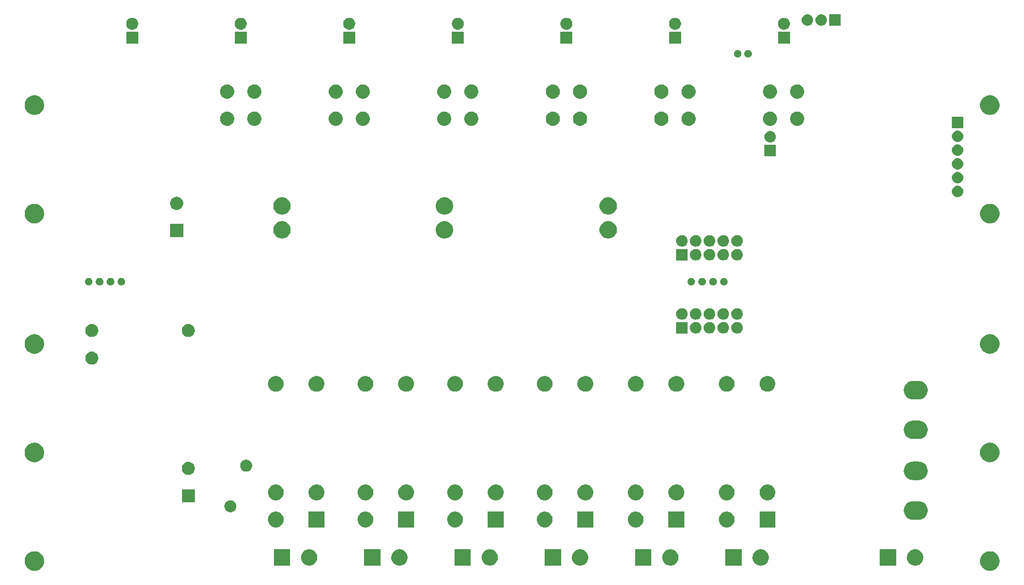
<source format=gbs>
G04 #@! TF.GenerationSoftware,KiCad,Pcbnew,(6.0.0-rc1-dev-904-g29e0e6921)*
G04 #@! TF.CreationDate,2018-10-19T00:50:27+01:00*
G04 #@! TF.ProjectId,AquaHub,417175614875622E6B696361645F7063,rev?*
G04 #@! TF.SameCoordinates,Original*
G04 #@! TF.FileFunction,Soldermask,Bot*
G04 #@! TF.FilePolarity,Negative*
%FSLAX46Y46*%
G04 Gerber Fmt 4.6, Leading zero omitted, Abs format (unit mm)*
G04 Created by KiCad (PCBNEW (6.0.0-rc1-dev-904-g29e0e6921)) date 19/10/2018 00:50:27*
%MOMM*%
%LPD*%
G01*
G04 APERTURE LIST*
%ADD10C,0.100000*%
G04 APERTURE END LIST*
D10*
G36*
X233409122Y-137246115D02*
X233525041Y-137269173D01*
X233852620Y-137404861D01*
X234143511Y-137599228D01*
X234147436Y-137601851D01*
X234398149Y-137852564D01*
X234398151Y-137852567D01*
X234595139Y-138147380D01*
X234730827Y-138474959D01*
X234753885Y-138590878D01*
X234800000Y-138822714D01*
X234800000Y-139177286D01*
X234753885Y-139409122D01*
X234730827Y-139525041D01*
X234634881Y-139756674D01*
X234595140Y-139852618D01*
X234398149Y-140147436D01*
X234147436Y-140398149D01*
X234147433Y-140398151D01*
X233852620Y-140595139D01*
X233525041Y-140730827D01*
X233409122Y-140753885D01*
X233177286Y-140800000D01*
X232822714Y-140800000D01*
X232590878Y-140753885D01*
X232474959Y-140730827D01*
X232147380Y-140595139D01*
X231852567Y-140398151D01*
X231852564Y-140398149D01*
X231601851Y-140147436D01*
X231404860Y-139852618D01*
X231365119Y-139756674D01*
X231269173Y-139525041D01*
X231246115Y-139409122D01*
X231200000Y-139177286D01*
X231200000Y-138822714D01*
X231246115Y-138590878D01*
X231269173Y-138474959D01*
X231404861Y-138147380D01*
X231601849Y-137852567D01*
X231601851Y-137852564D01*
X231852564Y-137601851D01*
X231856489Y-137599228D01*
X232147380Y-137404861D01*
X232474959Y-137269173D01*
X232590878Y-137246115D01*
X232822714Y-137200000D01*
X233177286Y-137200000D01*
X233409122Y-137246115D01*
X233409122Y-137246115D01*
G37*
G36*
X57409122Y-137246115D02*
X57525041Y-137269173D01*
X57852620Y-137404861D01*
X58143511Y-137599228D01*
X58147436Y-137601851D01*
X58398149Y-137852564D01*
X58398151Y-137852567D01*
X58595139Y-138147380D01*
X58730827Y-138474959D01*
X58753885Y-138590878D01*
X58800000Y-138822714D01*
X58800000Y-139177286D01*
X58753885Y-139409122D01*
X58730827Y-139525041D01*
X58634881Y-139756674D01*
X58595140Y-139852618D01*
X58398149Y-140147436D01*
X58147436Y-140398149D01*
X58147433Y-140398151D01*
X57852620Y-140595139D01*
X57525041Y-140730827D01*
X57409122Y-140753885D01*
X57177286Y-140800000D01*
X56822714Y-140800000D01*
X56590878Y-140753885D01*
X56474959Y-140730827D01*
X56147380Y-140595139D01*
X55852567Y-140398151D01*
X55852564Y-140398149D01*
X55601851Y-140147436D01*
X55404860Y-139852618D01*
X55365119Y-139756674D01*
X55269173Y-139525041D01*
X55246115Y-139409122D01*
X55200000Y-139177286D01*
X55200000Y-138822714D01*
X55246115Y-138590878D01*
X55269173Y-138474959D01*
X55404861Y-138147380D01*
X55601849Y-137852567D01*
X55601851Y-137852564D01*
X55852564Y-137601851D01*
X55856489Y-137599228D01*
X56147380Y-137404861D01*
X56474959Y-137269173D01*
X56590878Y-137246115D01*
X56822714Y-137200000D01*
X57177286Y-137200000D01*
X57409122Y-137246115D01*
X57409122Y-137246115D01*
G37*
G36*
X137384000Y-139835000D02*
X134384000Y-139835000D01*
X134384000Y-136835000D01*
X137384000Y-136835000D01*
X137384000Y-139835000D01*
X137384000Y-139835000D01*
G37*
G36*
X187295000Y-139835000D02*
X184295000Y-139835000D01*
X184295000Y-136835000D01*
X187295000Y-136835000D01*
X187295000Y-139835000D01*
X187295000Y-139835000D01*
G37*
G36*
X219583935Y-136873429D02*
X219680534Y-136892644D01*
X219953517Y-137005717D01*
X220195920Y-137167687D01*
X220199197Y-137169876D01*
X220408124Y-137378803D01*
X220408126Y-137378806D01*
X220557161Y-137601851D01*
X220572284Y-137624485D01*
X220685356Y-137897467D01*
X220735068Y-138147382D01*
X220743000Y-138187263D01*
X220743000Y-138482737D01*
X220685356Y-138772534D01*
X220572283Y-139045517D01*
X220484237Y-139177286D01*
X220408124Y-139291197D01*
X220199197Y-139500124D01*
X220199194Y-139500126D01*
X219953517Y-139664283D01*
X219680534Y-139777356D01*
X219583935Y-139796571D01*
X219390739Y-139835000D01*
X219095261Y-139835000D01*
X218902065Y-139796571D01*
X218805466Y-139777356D01*
X218532483Y-139664283D01*
X218286806Y-139500126D01*
X218286803Y-139500124D01*
X218077876Y-139291197D01*
X218001763Y-139177286D01*
X217913717Y-139045517D01*
X217800644Y-138772534D01*
X217743000Y-138482737D01*
X217743000Y-138187263D01*
X217750933Y-138147382D01*
X217800644Y-137897467D01*
X217913716Y-137624485D01*
X217928840Y-137601851D01*
X218077874Y-137378806D01*
X218077876Y-137378803D01*
X218286803Y-137169876D01*
X218290080Y-137167687D01*
X218532483Y-137005717D01*
X218805466Y-136892644D01*
X218902065Y-136873429D01*
X219095261Y-136835000D01*
X219390739Y-136835000D01*
X219583935Y-136873429D01*
X219583935Y-136873429D01*
G37*
G36*
X215743000Y-139835000D02*
X212743000Y-139835000D01*
X212743000Y-136835000D01*
X215743000Y-136835000D01*
X215743000Y-139835000D01*
X215743000Y-139835000D01*
G37*
G36*
X124587935Y-136873429D02*
X124684534Y-136892644D01*
X124957517Y-137005717D01*
X125199920Y-137167687D01*
X125203197Y-137169876D01*
X125412124Y-137378803D01*
X125412126Y-137378806D01*
X125561161Y-137601851D01*
X125576284Y-137624485D01*
X125689356Y-137897467D01*
X125739068Y-138147382D01*
X125747000Y-138187263D01*
X125747000Y-138482737D01*
X125689356Y-138772534D01*
X125576283Y-139045517D01*
X125488237Y-139177286D01*
X125412124Y-139291197D01*
X125203197Y-139500124D01*
X125203194Y-139500126D01*
X124957517Y-139664283D01*
X124684534Y-139777356D01*
X124587935Y-139796571D01*
X124394739Y-139835000D01*
X124099261Y-139835000D01*
X123906065Y-139796571D01*
X123809466Y-139777356D01*
X123536483Y-139664283D01*
X123290806Y-139500126D01*
X123290803Y-139500124D01*
X123081876Y-139291197D01*
X123005763Y-139177286D01*
X122917717Y-139045517D01*
X122804644Y-138772534D01*
X122747000Y-138482737D01*
X122747000Y-138187263D01*
X122754933Y-138147382D01*
X122804644Y-137897467D01*
X122917716Y-137624485D01*
X122932840Y-137601851D01*
X123081874Y-137378806D01*
X123081876Y-137378803D01*
X123290803Y-137169876D01*
X123294080Y-137167687D01*
X123536483Y-137005717D01*
X123809466Y-136892644D01*
X123906065Y-136873429D01*
X124099261Y-136835000D01*
X124394739Y-136835000D01*
X124587935Y-136873429D01*
X124587935Y-136873429D01*
G37*
G36*
X120747000Y-139835000D02*
X117747000Y-139835000D01*
X117747000Y-136835000D01*
X120747000Y-136835000D01*
X120747000Y-139835000D01*
X120747000Y-139835000D01*
G37*
G36*
X107950935Y-136873429D02*
X108047534Y-136892644D01*
X108320517Y-137005717D01*
X108562920Y-137167687D01*
X108566197Y-137169876D01*
X108775124Y-137378803D01*
X108775126Y-137378806D01*
X108924161Y-137601851D01*
X108939284Y-137624485D01*
X109052356Y-137897467D01*
X109102068Y-138147382D01*
X109110000Y-138187263D01*
X109110000Y-138482737D01*
X109052356Y-138772534D01*
X108939283Y-139045517D01*
X108851237Y-139177286D01*
X108775124Y-139291197D01*
X108566197Y-139500124D01*
X108566194Y-139500126D01*
X108320517Y-139664283D01*
X108047534Y-139777356D01*
X107950935Y-139796571D01*
X107757739Y-139835000D01*
X107462261Y-139835000D01*
X107269065Y-139796571D01*
X107172466Y-139777356D01*
X106899483Y-139664283D01*
X106653806Y-139500126D01*
X106653803Y-139500124D01*
X106444876Y-139291197D01*
X106368763Y-139177286D01*
X106280717Y-139045517D01*
X106167644Y-138772534D01*
X106110000Y-138482737D01*
X106110000Y-138187263D01*
X106117933Y-138147382D01*
X106167644Y-137897467D01*
X106280716Y-137624485D01*
X106295840Y-137601851D01*
X106444874Y-137378806D01*
X106444876Y-137378803D01*
X106653803Y-137169876D01*
X106657080Y-137167687D01*
X106899483Y-137005717D01*
X107172466Y-136892644D01*
X107269065Y-136873429D01*
X107462261Y-136835000D01*
X107757739Y-136835000D01*
X107950935Y-136873429D01*
X107950935Y-136873429D01*
G37*
G36*
X104110000Y-139835000D02*
X101110000Y-139835000D01*
X101110000Y-136835000D01*
X104110000Y-136835000D01*
X104110000Y-139835000D01*
X104110000Y-139835000D01*
G37*
G36*
X191135935Y-136873429D02*
X191232534Y-136892644D01*
X191505517Y-137005717D01*
X191747920Y-137167687D01*
X191751197Y-137169876D01*
X191960124Y-137378803D01*
X191960126Y-137378806D01*
X192109161Y-137601851D01*
X192124284Y-137624485D01*
X192237356Y-137897467D01*
X192287068Y-138147382D01*
X192295000Y-138187263D01*
X192295000Y-138482737D01*
X192237356Y-138772534D01*
X192124283Y-139045517D01*
X192036237Y-139177286D01*
X191960124Y-139291197D01*
X191751197Y-139500124D01*
X191751194Y-139500126D01*
X191505517Y-139664283D01*
X191232534Y-139777356D01*
X191135935Y-139796571D01*
X190942739Y-139835000D01*
X190647261Y-139835000D01*
X190454065Y-139796571D01*
X190357466Y-139777356D01*
X190084483Y-139664283D01*
X189838806Y-139500126D01*
X189838803Y-139500124D01*
X189629876Y-139291197D01*
X189553763Y-139177286D01*
X189465717Y-139045517D01*
X189352644Y-138772534D01*
X189295000Y-138482737D01*
X189295000Y-138187263D01*
X189302933Y-138147382D01*
X189352644Y-137897467D01*
X189465716Y-137624485D01*
X189480840Y-137601851D01*
X189629874Y-137378806D01*
X189629876Y-137378803D01*
X189838803Y-137169876D01*
X189842080Y-137167687D01*
X190084483Y-137005717D01*
X190357466Y-136892644D01*
X190454065Y-136873429D01*
X190647261Y-136835000D01*
X190942739Y-136835000D01*
X191135935Y-136873429D01*
X191135935Y-136873429D01*
G37*
G36*
X174498935Y-136873429D02*
X174595534Y-136892644D01*
X174868517Y-137005717D01*
X175110920Y-137167687D01*
X175114197Y-137169876D01*
X175323124Y-137378803D01*
X175323126Y-137378806D01*
X175472161Y-137601851D01*
X175487284Y-137624485D01*
X175600356Y-137897467D01*
X175650068Y-138147382D01*
X175658000Y-138187263D01*
X175658000Y-138482737D01*
X175600356Y-138772534D01*
X175487283Y-139045517D01*
X175399237Y-139177286D01*
X175323124Y-139291197D01*
X175114197Y-139500124D01*
X175114194Y-139500126D01*
X174868517Y-139664283D01*
X174595534Y-139777356D01*
X174498935Y-139796571D01*
X174305739Y-139835000D01*
X174010261Y-139835000D01*
X173817065Y-139796571D01*
X173720466Y-139777356D01*
X173447483Y-139664283D01*
X173201806Y-139500126D01*
X173201803Y-139500124D01*
X172992876Y-139291197D01*
X172916763Y-139177286D01*
X172828717Y-139045517D01*
X172715644Y-138772534D01*
X172658000Y-138482737D01*
X172658000Y-138187263D01*
X172665933Y-138147382D01*
X172715644Y-137897467D01*
X172828716Y-137624485D01*
X172843840Y-137601851D01*
X172992874Y-137378806D01*
X172992876Y-137378803D01*
X173201803Y-137169876D01*
X173205080Y-137167687D01*
X173447483Y-137005717D01*
X173720466Y-136892644D01*
X173817065Y-136873429D01*
X174010261Y-136835000D01*
X174305739Y-136835000D01*
X174498935Y-136873429D01*
X174498935Y-136873429D01*
G37*
G36*
X170658000Y-139835000D02*
X167658000Y-139835000D01*
X167658000Y-136835000D01*
X170658000Y-136835000D01*
X170658000Y-139835000D01*
X170658000Y-139835000D01*
G37*
G36*
X157861935Y-136873429D02*
X157958534Y-136892644D01*
X158231517Y-137005717D01*
X158473920Y-137167687D01*
X158477197Y-137169876D01*
X158686124Y-137378803D01*
X158686126Y-137378806D01*
X158835161Y-137601851D01*
X158850284Y-137624485D01*
X158963356Y-137897467D01*
X159013068Y-138147382D01*
X159021000Y-138187263D01*
X159021000Y-138482737D01*
X158963356Y-138772534D01*
X158850283Y-139045517D01*
X158762237Y-139177286D01*
X158686124Y-139291197D01*
X158477197Y-139500124D01*
X158477194Y-139500126D01*
X158231517Y-139664283D01*
X157958534Y-139777356D01*
X157861935Y-139796571D01*
X157668739Y-139835000D01*
X157373261Y-139835000D01*
X157180065Y-139796571D01*
X157083466Y-139777356D01*
X156810483Y-139664283D01*
X156564806Y-139500126D01*
X156564803Y-139500124D01*
X156355876Y-139291197D01*
X156279763Y-139177286D01*
X156191717Y-139045517D01*
X156078644Y-138772534D01*
X156021000Y-138482737D01*
X156021000Y-138187263D01*
X156028933Y-138147382D01*
X156078644Y-137897467D01*
X156191716Y-137624485D01*
X156206840Y-137601851D01*
X156355874Y-137378806D01*
X156355876Y-137378803D01*
X156564803Y-137169876D01*
X156568080Y-137167687D01*
X156810483Y-137005717D01*
X157083466Y-136892644D01*
X157180065Y-136873429D01*
X157373261Y-136835000D01*
X157668739Y-136835000D01*
X157861935Y-136873429D01*
X157861935Y-136873429D01*
G37*
G36*
X154021000Y-139835000D02*
X151021000Y-139835000D01*
X151021000Y-136835000D01*
X154021000Y-136835000D01*
X154021000Y-139835000D01*
X154021000Y-139835000D01*
G37*
G36*
X141224935Y-136873429D02*
X141321534Y-136892644D01*
X141594517Y-137005717D01*
X141836920Y-137167687D01*
X141840197Y-137169876D01*
X142049124Y-137378803D01*
X142049126Y-137378806D01*
X142198161Y-137601851D01*
X142213284Y-137624485D01*
X142326356Y-137897467D01*
X142376068Y-138147382D01*
X142384000Y-138187263D01*
X142384000Y-138482737D01*
X142326356Y-138772534D01*
X142213283Y-139045517D01*
X142125237Y-139177286D01*
X142049124Y-139291197D01*
X141840197Y-139500124D01*
X141840194Y-139500126D01*
X141594517Y-139664283D01*
X141321534Y-139777356D01*
X141224935Y-139796571D01*
X141031739Y-139835000D01*
X140736261Y-139835000D01*
X140543065Y-139796571D01*
X140446466Y-139777356D01*
X140173483Y-139664283D01*
X139927806Y-139500126D01*
X139927803Y-139500124D01*
X139718876Y-139291197D01*
X139642763Y-139177286D01*
X139554717Y-139045517D01*
X139441644Y-138772534D01*
X139384000Y-138482737D01*
X139384000Y-138187263D01*
X139391933Y-138147382D01*
X139441644Y-137897467D01*
X139554716Y-137624485D01*
X139569840Y-137601851D01*
X139718874Y-137378806D01*
X139718876Y-137378803D01*
X139927803Y-137169876D01*
X139931080Y-137167687D01*
X140173483Y-137005717D01*
X140446466Y-136892644D01*
X140543065Y-136873429D01*
X140736261Y-136835000D01*
X141031739Y-136835000D01*
X141224935Y-136873429D01*
X141224935Y-136873429D01*
G37*
G36*
X110410000Y-132800000D02*
X107510000Y-132800000D01*
X107510000Y-129900000D01*
X110410000Y-129900000D01*
X110410000Y-132800000D01*
X110410000Y-132800000D01*
G37*
G36*
X118392947Y-129955722D02*
X118656833Y-130065027D01*
X118894324Y-130223713D01*
X119096287Y-130425676D01*
X119254973Y-130663167D01*
X119364278Y-130927053D01*
X119420000Y-131207186D01*
X119420000Y-131492814D01*
X119364278Y-131772947D01*
X119254973Y-132036833D01*
X119096287Y-132274324D01*
X118894324Y-132476287D01*
X118656833Y-132634973D01*
X118392947Y-132744278D01*
X118112814Y-132800000D01*
X117827186Y-132800000D01*
X117547053Y-132744278D01*
X117283167Y-132634973D01*
X117045676Y-132476287D01*
X116843713Y-132274324D01*
X116685027Y-132036833D01*
X116575722Y-131772947D01*
X116520000Y-131492814D01*
X116520000Y-131207186D01*
X116575722Y-130927053D01*
X116685027Y-130663167D01*
X116843713Y-130425676D01*
X117045676Y-130223713D01*
X117283167Y-130065027D01*
X117547053Y-129955722D01*
X117827186Y-129900000D01*
X118112814Y-129900000D01*
X118392947Y-129955722D01*
X118392947Y-129955722D01*
G37*
G36*
X134902947Y-129955722D02*
X135166833Y-130065027D01*
X135404324Y-130223713D01*
X135606287Y-130425676D01*
X135764973Y-130663167D01*
X135874278Y-130927053D01*
X135930000Y-131207186D01*
X135930000Y-131492814D01*
X135874278Y-131772947D01*
X135764973Y-132036833D01*
X135606287Y-132274324D01*
X135404324Y-132476287D01*
X135166833Y-132634973D01*
X134902947Y-132744278D01*
X134622814Y-132800000D01*
X134337186Y-132800000D01*
X134057053Y-132744278D01*
X133793167Y-132634973D01*
X133555676Y-132476287D01*
X133353713Y-132274324D01*
X133195027Y-132036833D01*
X133085722Y-131772947D01*
X133030000Y-131492814D01*
X133030000Y-131207186D01*
X133085722Y-130927053D01*
X133195027Y-130663167D01*
X133353713Y-130425676D01*
X133555676Y-130223713D01*
X133793167Y-130065027D01*
X134057053Y-129955722D01*
X134337186Y-129900000D01*
X134622814Y-129900000D01*
X134902947Y-129955722D01*
X134902947Y-129955722D01*
G37*
G36*
X143430000Y-132800000D02*
X140530000Y-132800000D01*
X140530000Y-129900000D01*
X143430000Y-129900000D01*
X143430000Y-132800000D01*
X143430000Y-132800000D01*
G37*
G36*
X151412947Y-129955722D02*
X151676833Y-130065027D01*
X151914324Y-130223713D01*
X152116287Y-130425676D01*
X152274973Y-130663167D01*
X152384278Y-130927053D01*
X152440000Y-131207186D01*
X152440000Y-131492814D01*
X152384278Y-131772947D01*
X152274973Y-132036833D01*
X152116287Y-132274324D01*
X151914324Y-132476287D01*
X151676833Y-132634973D01*
X151412947Y-132744278D01*
X151132814Y-132800000D01*
X150847186Y-132800000D01*
X150567053Y-132744278D01*
X150303167Y-132634973D01*
X150065676Y-132476287D01*
X149863713Y-132274324D01*
X149705027Y-132036833D01*
X149595722Y-131772947D01*
X149540000Y-131492814D01*
X149540000Y-131207186D01*
X149595722Y-130927053D01*
X149705027Y-130663167D01*
X149863713Y-130425676D01*
X150065676Y-130223713D01*
X150303167Y-130065027D01*
X150567053Y-129955722D01*
X150847186Y-129900000D01*
X151132814Y-129900000D01*
X151412947Y-129955722D01*
X151412947Y-129955722D01*
G37*
G36*
X168176947Y-129955722D02*
X168440833Y-130065027D01*
X168678324Y-130223713D01*
X168880287Y-130425676D01*
X169038973Y-130663167D01*
X169148278Y-130927053D01*
X169204000Y-131207186D01*
X169204000Y-131492814D01*
X169148278Y-131772947D01*
X169038973Y-132036833D01*
X168880287Y-132274324D01*
X168678324Y-132476287D01*
X168440833Y-132634973D01*
X168176947Y-132744278D01*
X167896814Y-132800000D01*
X167611186Y-132800000D01*
X167331053Y-132744278D01*
X167067167Y-132634973D01*
X166829676Y-132476287D01*
X166627713Y-132274324D01*
X166469027Y-132036833D01*
X166359722Y-131772947D01*
X166304000Y-131492814D01*
X166304000Y-131207186D01*
X166359722Y-130927053D01*
X166469027Y-130663167D01*
X166627713Y-130425676D01*
X166829676Y-130223713D01*
X167067167Y-130065027D01*
X167331053Y-129955722D01*
X167611186Y-129900000D01*
X167896814Y-129900000D01*
X168176947Y-129955722D01*
X168176947Y-129955722D01*
G37*
G36*
X176704000Y-132800000D02*
X173804000Y-132800000D01*
X173804000Y-129900000D01*
X176704000Y-129900000D01*
X176704000Y-132800000D01*
X176704000Y-132800000D01*
G37*
G36*
X126920000Y-132800000D02*
X124020000Y-132800000D01*
X124020000Y-129900000D01*
X126920000Y-129900000D01*
X126920000Y-132800000D01*
X126920000Y-132800000D01*
G37*
G36*
X193475000Y-132800000D02*
X190575000Y-132800000D01*
X190575000Y-129900000D01*
X193475000Y-129900000D01*
X193475000Y-132800000D01*
X193475000Y-132800000D01*
G37*
G36*
X101882947Y-129955722D02*
X102146833Y-130065027D01*
X102384324Y-130223713D01*
X102586287Y-130425676D01*
X102744973Y-130663167D01*
X102854278Y-130927053D01*
X102910000Y-131207186D01*
X102910000Y-131492814D01*
X102854278Y-131772947D01*
X102744973Y-132036833D01*
X102586287Y-132274324D01*
X102384324Y-132476287D01*
X102146833Y-132634973D01*
X101882947Y-132744278D01*
X101602814Y-132800000D01*
X101317186Y-132800000D01*
X101037053Y-132744278D01*
X100773167Y-132634973D01*
X100535676Y-132476287D01*
X100333713Y-132274324D01*
X100175027Y-132036833D01*
X100065722Y-131772947D01*
X100010000Y-131492814D01*
X100010000Y-131207186D01*
X100065722Y-130927053D01*
X100175027Y-130663167D01*
X100333713Y-130425676D01*
X100535676Y-130223713D01*
X100773167Y-130065027D01*
X101037053Y-129955722D01*
X101317186Y-129900000D01*
X101602814Y-129900000D01*
X101882947Y-129955722D01*
X101882947Y-129955722D01*
G37*
G36*
X184947947Y-129955722D02*
X185211833Y-130065027D01*
X185449324Y-130223713D01*
X185651287Y-130425676D01*
X185809973Y-130663167D01*
X185919278Y-130927053D01*
X185975000Y-131207186D01*
X185975000Y-131492814D01*
X185919278Y-131772947D01*
X185809973Y-132036833D01*
X185651287Y-132274324D01*
X185449324Y-132476287D01*
X185211833Y-132634973D01*
X184947947Y-132744278D01*
X184667814Y-132800000D01*
X184382186Y-132800000D01*
X184102053Y-132744278D01*
X183838167Y-132634973D01*
X183600676Y-132476287D01*
X183398713Y-132274324D01*
X183240027Y-132036833D01*
X183130722Y-131772947D01*
X183075000Y-131492814D01*
X183075000Y-131207186D01*
X183130722Y-130927053D01*
X183240027Y-130663167D01*
X183398713Y-130425676D01*
X183600676Y-130223713D01*
X183838167Y-130065027D01*
X184102053Y-129955722D01*
X184382186Y-129900000D01*
X184667814Y-129900000D01*
X184947947Y-129955722D01*
X184947947Y-129955722D01*
G37*
G36*
X159940000Y-132800000D02*
X157040000Y-132800000D01*
X157040000Y-129900000D01*
X159940000Y-129900000D01*
X159940000Y-132800000D01*
X159940000Y-132800000D01*
G37*
G36*
X220021159Y-127985399D02*
X220187658Y-128001798D01*
X220351750Y-128051575D01*
X220508110Y-128099006D01*
X220803441Y-128256864D01*
X221062298Y-128469302D01*
X221274736Y-128728159D01*
X221432594Y-129023490D01*
X221432594Y-129023491D01*
X221529802Y-129343942D01*
X221562625Y-129677200D01*
X221529802Y-130010458D01*
X221465112Y-130223711D01*
X221432594Y-130330910D01*
X221274736Y-130626241D01*
X221062298Y-130885098D01*
X220803441Y-131097536D01*
X220508110Y-131255394D01*
X220401292Y-131287797D01*
X220187658Y-131352602D01*
X220021159Y-131369001D01*
X219937911Y-131377200D01*
X218770889Y-131377200D01*
X218687641Y-131369001D01*
X218521142Y-131352602D01*
X218307508Y-131287797D01*
X218200690Y-131255394D01*
X217905359Y-131097536D01*
X217646502Y-130885098D01*
X217434064Y-130626241D01*
X217276206Y-130330910D01*
X217243688Y-130223711D01*
X217178998Y-130010458D01*
X217146175Y-129677200D01*
X217178998Y-129343942D01*
X217276206Y-129023491D01*
X217276206Y-129023490D01*
X217434064Y-128728159D01*
X217646502Y-128469302D01*
X217905359Y-128256864D01*
X218200690Y-128099006D01*
X218357050Y-128051575D01*
X218521142Y-128001798D01*
X218687641Y-127985399D01*
X218770889Y-127977200D01*
X219937911Y-127977200D01*
X220021159Y-127985399D01*
X220021159Y-127985399D01*
G37*
G36*
X93420857Y-127848272D02*
X93621042Y-127931191D01*
X93621045Y-127931193D01*
X93726713Y-128001798D01*
X93801213Y-128051578D01*
X93954422Y-128204787D01*
X94074809Y-128384958D01*
X94157728Y-128585143D01*
X94200000Y-128797658D01*
X94200000Y-129014342D01*
X94157728Y-129226857D01*
X94074809Y-129427042D01*
X93954422Y-129607213D01*
X93801213Y-129760422D01*
X93621042Y-129880809D01*
X93420857Y-129963728D01*
X93208342Y-130006000D01*
X92991658Y-130006000D01*
X92779143Y-129963728D01*
X92578958Y-129880809D01*
X92398787Y-129760422D01*
X92245578Y-129607213D01*
X92125191Y-129427042D01*
X92042272Y-129226857D01*
X92000000Y-129014342D01*
X92000000Y-128797658D01*
X92042272Y-128585143D01*
X92125191Y-128384958D01*
X92245578Y-128204787D01*
X92398787Y-128051578D01*
X92473288Y-128001798D01*
X92578955Y-127931193D01*
X92578958Y-127931191D01*
X92779143Y-127848272D01*
X92991658Y-127806000D01*
X93208342Y-127806000D01*
X93420857Y-127848272D01*
X93420857Y-127848272D01*
G37*
G36*
X86544000Y-128200000D02*
X84144000Y-128200000D01*
X84144000Y-125800000D01*
X86544000Y-125800000D01*
X86544000Y-128200000D01*
X86544000Y-128200000D01*
G37*
G36*
X158912947Y-124955722D02*
X159176833Y-125065027D01*
X159414324Y-125223713D01*
X159616287Y-125425676D01*
X159774973Y-125663167D01*
X159884278Y-125927053D01*
X159940000Y-126207186D01*
X159940000Y-126492814D01*
X159884278Y-126772947D01*
X159774973Y-127036833D01*
X159616287Y-127274324D01*
X159414324Y-127476287D01*
X159176833Y-127634973D01*
X158912947Y-127744278D01*
X158632814Y-127800000D01*
X158347186Y-127800000D01*
X158067053Y-127744278D01*
X157803167Y-127634973D01*
X157565676Y-127476287D01*
X157363713Y-127274324D01*
X157205027Y-127036833D01*
X157095722Y-126772947D01*
X157040000Y-126492814D01*
X157040000Y-126207186D01*
X157095722Y-125927053D01*
X157205027Y-125663167D01*
X157363713Y-125425676D01*
X157565676Y-125223713D01*
X157803167Y-125065027D01*
X158067053Y-124955722D01*
X158347186Y-124900000D01*
X158632814Y-124900000D01*
X158912947Y-124955722D01*
X158912947Y-124955722D01*
G37*
G36*
X101882947Y-124955722D02*
X102146833Y-125065027D01*
X102384324Y-125223713D01*
X102586287Y-125425676D01*
X102744973Y-125663167D01*
X102854278Y-125927053D01*
X102910000Y-126207186D01*
X102910000Y-126492814D01*
X102854278Y-126772947D01*
X102744973Y-127036833D01*
X102586287Y-127274324D01*
X102384324Y-127476287D01*
X102146833Y-127634973D01*
X101882947Y-127744278D01*
X101602814Y-127800000D01*
X101317186Y-127800000D01*
X101037053Y-127744278D01*
X100773167Y-127634973D01*
X100535676Y-127476287D01*
X100333713Y-127274324D01*
X100175027Y-127036833D01*
X100065722Y-126772947D01*
X100010000Y-126492814D01*
X100010000Y-126207186D01*
X100065722Y-125927053D01*
X100175027Y-125663167D01*
X100333713Y-125425676D01*
X100535676Y-125223713D01*
X100773167Y-125065027D01*
X101037053Y-124955722D01*
X101317186Y-124900000D01*
X101602814Y-124900000D01*
X101882947Y-124955722D01*
X101882947Y-124955722D01*
G37*
G36*
X109382947Y-124955722D02*
X109646833Y-125065027D01*
X109884324Y-125223713D01*
X110086287Y-125425676D01*
X110244973Y-125663167D01*
X110354278Y-125927053D01*
X110410000Y-126207186D01*
X110410000Y-126492814D01*
X110354278Y-126772947D01*
X110244973Y-127036833D01*
X110086287Y-127274324D01*
X109884324Y-127476287D01*
X109646833Y-127634973D01*
X109382947Y-127744278D01*
X109102814Y-127800000D01*
X108817186Y-127800000D01*
X108537053Y-127744278D01*
X108273167Y-127634973D01*
X108035676Y-127476287D01*
X107833713Y-127274324D01*
X107675027Y-127036833D01*
X107565722Y-126772947D01*
X107510000Y-126492814D01*
X107510000Y-126207186D01*
X107565722Y-125927053D01*
X107675027Y-125663167D01*
X107833713Y-125425676D01*
X108035676Y-125223713D01*
X108273167Y-125065027D01*
X108537053Y-124955722D01*
X108817186Y-124900000D01*
X109102814Y-124900000D01*
X109382947Y-124955722D01*
X109382947Y-124955722D01*
G37*
G36*
X118392947Y-124955722D02*
X118656833Y-125065027D01*
X118894324Y-125223713D01*
X119096287Y-125425676D01*
X119254973Y-125663167D01*
X119364278Y-125927053D01*
X119420000Y-126207186D01*
X119420000Y-126492814D01*
X119364278Y-126772947D01*
X119254973Y-127036833D01*
X119096287Y-127274324D01*
X118894324Y-127476287D01*
X118656833Y-127634973D01*
X118392947Y-127744278D01*
X118112814Y-127800000D01*
X117827186Y-127800000D01*
X117547053Y-127744278D01*
X117283167Y-127634973D01*
X117045676Y-127476287D01*
X116843713Y-127274324D01*
X116685027Y-127036833D01*
X116575722Y-126772947D01*
X116520000Y-126492814D01*
X116520000Y-126207186D01*
X116575722Y-125927053D01*
X116685027Y-125663167D01*
X116843713Y-125425676D01*
X117045676Y-125223713D01*
X117283167Y-125065027D01*
X117547053Y-124955722D01*
X117827186Y-124900000D01*
X118112814Y-124900000D01*
X118392947Y-124955722D01*
X118392947Y-124955722D01*
G37*
G36*
X168176947Y-124955722D02*
X168440833Y-125065027D01*
X168678324Y-125223713D01*
X168880287Y-125425676D01*
X169038973Y-125663167D01*
X169148278Y-125927053D01*
X169204000Y-126207186D01*
X169204000Y-126492814D01*
X169148278Y-126772947D01*
X169038973Y-127036833D01*
X168880287Y-127274324D01*
X168678324Y-127476287D01*
X168440833Y-127634973D01*
X168176947Y-127744278D01*
X167896814Y-127800000D01*
X167611186Y-127800000D01*
X167331053Y-127744278D01*
X167067167Y-127634973D01*
X166829676Y-127476287D01*
X166627713Y-127274324D01*
X166469027Y-127036833D01*
X166359722Y-126772947D01*
X166304000Y-126492814D01*
X166304000Y-126207186D01*
X166359722Y-125927053D01*
X166469027Y-125663167D01*
X166627713Y-125425676D01*
X166829676Y-125223713D01*
X167067167Y-125065027D01*
X167331053Y-124955722D01*
X167611186Y-124900000D01*
X167896814Y-124900000D01*
X168176947Y-124955722D01*
X168176947Y-124955722D01*
G37*
G36*
X175676947Y-124955722D02*
X175940833Y-125065027D01*
X176178324Y-125223713D01*
X176380287Y-125425676D01*
X176538973Y-125663167D01*
X176648278Y-125927053D01*
X176704000Y-126207186D01*
X176704000Y-126492814D01*
X176648278Y-126772947D01*
X176538973Y-127036833D01*
X176380287Y-127274324D01*
X176178324Y-127476287D01*
X175940833Y-127634973D01*
X175676947Y-127744278D01*
X175396814Y-127800000D01*
X175111186Y-127800000D01*
X174831053Y-127744278D01*
X174567167Y-127634973D01*
X174329676Y-127476287D01*
X174127713Y-127274324D01*
X173969027Y-127036833D01*
X173859722Y-126772947D01*
X173804000Y-126492814D01*
X173804000Y-126207186D01*
X173859722Y-125927053D01*
X173969027Y-125663167D01*
X174127713Y-125425676D01*
X174329676Y-125223713D01*
X174567167Y-125065027D01*
X174831053Y-124955722D01*
X175111186Y-124900000D01*
X175396814Y-124900000D01*
X175676947Y-124955722D01*
X175676947Y-124955722D01*
G37*
G36*
X142402947Y-124955722D02*
X142666833Y-125065027D01*
X142904324Y-125223713D01*
X143106287Y-125425676D01*
X143264973Y-125663167D01*
X143374278Y-125927053D01*
X143430000Y-126207186D01*
X143430000Y-126492814D01*
X143374278Y-126772947D01*
X143264973Y-127036833D01*
X143106287Y-127274324D01*
X142904324Y-127476287D01*
X142666833Y-127634973D01*
X142402947Y-127744278D01*
X142122814Y-127800000D01*
X141837186Y-127800000D01*
X141557053Y-127744278D01*
X141293167Y-127634973D01*
X141055676Y-127476287D01*
X140853713Y-127274324D01*
X140695027Y-127036833D01*
X140585722Y-126772947D01*
X140530000Y-126492814D01*
X140530000Y-126207186D01*
X140585722Y-125927053D01*
X140695027Y-125663167D01*
X140853713Y-125425676D01*
X141055676Y-125223713D01*
X141293167Y-125065027D01*
X141557053Y-124955722D01*
X141837186Y-124900000D01*
X142122814Y-124900000D01*
X142402947Y-124955722D01*
X142402947Y-124955722D01*
G37*
G36*
X184947947Y-124955722D02*
X185211833Y-125065027D01*
X185449324Y-125223713D01*
X185651287Y-125425676D01*
X185809973Y-125663167D01*
X185919278Y-125927053D01*
X185975000Y-126207186D01*
X185975000Y-126492814D01*
X185919278Y-126772947D01*
X185809973Y-127036833D01*
X185651287Y-127274324D01*
X185449324Y-127476287D01*
X185211833Y-127634973D01*
X184947947Y-127744278D01*
X184667814Y-127800000D01*
X184382186Y-127800000D01*
X184102053Y-127744278D01*
X183838167Y-127634973D01*
X183600676Y-127476287D01*
X183398713Y-127274324D01*
X183240027Y-127036833D01*
X183130722Y-126772947D01*
X183075000Y-126492814D01*
X183075000Y-126207186D01*
X183130722Y-125927053D01*
X183240027Y-125663167D01*
X183398713Y-125425676D01*
X183600676Y-125223713D01*
X183838167Y-125065027D01*
X184102053Y-124955722D01*
X184382186Y-124900000D01*
X184667814Y-124900000D01*
X184947947Y-124955722D01*
X184947947Y-124955722D01*
G37*
G36*
X192447947Y-124955722D02*
X192711833Y-125065027D01*
X192949324Y-125223713D01*
X193151287Y-125425676D01*
X193309973Y-125663167D01*
X193419278Y-125927053D01*
X193475000Y-126207186D01*
X193475000Y-126492814D01*
X193419278Y-126772947D01*
X193309973Y-127036833D01*
X193151287Y-127274324D01*
X192949324Y-127476287D01*
X192711833Y-127634973D01*
X192447947Y-127744278D01*
X192167814Y-127800000D01*
X191882186Y-127800000D01*
X191602053Y-127744278D01*
X191338167Y-127634973D01*
X191100676Y-127476287D01*
X190898713Y-127274324D01*
X190740027Y-127036833D01*
X190630722Y-126772947D01*
X190575000Y-126492814D01*
X190575000Y-126207186D01*
X190630722Y-125927053D01*
X190740027Y-125663167D01*
X190898713Y-125425676D01*
X191100676Y-125223713D01*
X191338167Y-125065027D01*
X191602053Y-124955722D01*
X191882186Y-124900000D01*
X192167814Y-124900000D01*
X192447947Y-124955722D01*
X192447947Y-124955722D01*
G37*
G36*
X125892947Y-124955722D02*
X126156833Y-125065027D01*
X126394324Y-125223713D01*
X126596287Y-125425676D01*
X126754973Y-125663167D01*
X126864278Y-125927053D01*
X126920000Y-126207186D01*
X126920000Y-126492814D01*
X126864278Y-126772947D01*
X126754973Y-127036833D01*
X126596287Y-127274324D01*
X126394324Y-127476287D01*
X126156833Y-127634973D01*
X125892947Y-127744278D01*
X125612814Y-127800000D01*
X125327186Y-127800000D01*
X125047053Y-127744278D01*
X124783167Y-127634973D01*
X124545676Y-127476287D01*
X124343713Y-127274324D01*
X124185027Y-127036833D01*
X124075722Y-126772947D01*
X124020000Y-126492814D01*
X124020000Y-126207186D01*
X124075722Y-125927053D01*
X124185027Y-125663167D01*
X124343713Y-125425676D01*
X124545676Y-125223713D01*
X124783167Y-125065027D01*
X125047053Y-124955722D01*
X125327186Y-124900000D01*
X125612814Y-124900000D01*
X125892947Y-124955722D01*
X125892947Y-124955722D01*
G37*
G36*
X151412947Y-124955722D02*
X151676833Y-125065027D01*
X151914324Y-125223713D01*
X152116287Y-125425676D01*
X152274973Y-125663167D01*
X152384278Y-125927053D01*
X152440000Y-126207186D01*
X152440000Y-126492814D01*
X152384278Y-126772947D01*
X152274973Y-127036833D01*
X152116287Y-127274324D01*
X151914324Y-127476287D01*
X151676833Y-127634973D01*
X151412947Y-127744278D01*
X151132814Y-127800000D01*
X150847186Y-127800000D01*
X150567053Y-127744278D01*
X150303167Y-127634973D01*
X150065676Y-127476287D01*
X149863713Y-127274324D01*
X149705027Y-127036833D01*
X149595722Y-126772947D01*
X149540000Y-126492814D01*
X149540000Y-126207186D01*
X149595722Y-125927053D01*
X149705027Y-125663167D01*
X149863713Y-125425676D01*
X150065676Y-125223713D01*
X150303167Y-125065027D01*
X150567053Y-124955722D01*
X150847186Y-124900000D01*
X151132814Y-124900000D01*
X151412947Y-124955722D01*
X151412947Y-124955722D01*
G37*
G36*
X134902947Y-124955722D02*
X135166833Y-125065027D01*
X135404324Y-125223713D01*
X135606287Y-125425676D01*
X135764973Y-125663167D01*
X135874278Y-125927053D01*
X135930000Y-126207186D01*
X135930000Y-126492814D01*
X135874278Y-126772947D01*
X135764973Y-127036833D01*
X135606287Y-127274324D01*
X135404324Y-127476287D01*
X135166833Y-127634973D01*
X134902947Y-127744278D01*
X134622814Y-127800000D01*
X134337186Y-127800000D01*
X134057053Y-127744278D01*
X133793167Y-127634973D01*
X133555676Y-127476287D01*
X133353713Y-127274324D01*
X133195027Y-127036833D01*
X133085722Y-126772947D01*
X133030000Y-126492814D01*
X133030000Y-126207186D01*
X133085722Y-125927053D01*
X133195027Y-125663167D01*
X133353713Y-125425676D01*
X133555676Y-125223713D01*
X133793167Y-125065027D01*
X134057053Y-124955722D01*
X134337186Y-124900000D01*
X134622814Y-124900000D01*
X134902947Y-124955722D01*
X134902947Y-124955722D01*
G37*
G36*
X220021159Y-120685399D02*
X220187658Y-120701798D01*
X220399682Y-120766115D01*
X220508110Y-120799006D01*
X220803441Y-120956864D01*
X221062298Y-121169302D01*
X221274736Y-121428159D01*
X221432594Y-121723490D01*
X221456352Y-121801809D01*
X221529802Y-122043942D01*
X221562625Y-122377200D01*
X221529802Y-122710458D01*
X221486835Y-122852101D01*
X221432594Y-123030910D01*
X221274736Y-123326241D01*
X221062298Y-123585098D01*
X220803441Y-123797536D01*
X220508110Y-123955394D01*
X220401292Y-123987797D01*
X220187658Y-124052602D01*
X220021159Y-124069001D01*
X219937911Y-124077200D01*
X218770889Y-124077200D01*
X218687641Y-124069001D01*
X218521142Y-124052602D01*
X218307508Y-123987797D01*
X218200690Y-123955394D01*
X217905359Y-123797536D01*
X217646502Y-123585098D01*
X217434064Y-123326241D01*
X217276206Y-123030910D01*
X217221965Y-122852101D01*
X217178998Y-122710458D01*
X217146175Y-122377200D01*
X217178998Y-122043942D01*
X217252448Y-121801809D01*
X217276206Y-121723490D01*
X217434064Y-121428159D01*
X217646502Y-121169302D01*
X217905359Y-120956864D01*
X218200690Y-120799006D01*
X218309118Y-120766115D01*
X218521142Y-120701798D01*
X218687641Y-120685399D01*
X218770889Y-120677200D01*
X219937911Y-120677200D01*
X220021159Y-120685399D01*
X220021159Y-120685399D01*
G37*
G36*
X85694026Y-120766115D02*
X85912412Y-120856573D01*
X86108958Y-120987901D01*
X86276099Y-121155042D01*
X86407427Y-121351588D01*
X86497885Y-121569974D01*
X86544000Y-121801809D01*
X86544000Y-122038191D01*
X86497885Y-122270026D01*
X86407427Y-122488412D01*
X86276099Y-122684958D01*
X86108958Y-122852099D01*
X85912412Y-122983427D01*
X85694026Y-123073885D01*
X85462191Y-123120000D01*
X85225809Y-123120000D01*
X84993974Y-123073885D01*
X84775588Y-122983427D01*
X84579042Y-122852099D01*
X84411901Y-122684958D01*
X84280573Y-122488412D01*
X84190115Y-122270026D01*
X84144000Y-122038191D01*
X84144000Y-121801809D01*
X84190115Y-121569974D01*
X84280573Y-121351588D01*
X84411901Y-121155042D01*
X84579042Y-120987901D01*
X84775588Y-120856573D01*
X84993974Y-120766115D01*
X85225809Y-120720000D01*
X85462191Y-120720000D01*
X85694026Y-120766115D01*
X85694026Y-120766115D01*
G37*
G36*
X96320857Y-120348272D02*
X96521042Y-120431191D01*
X96701213Y-120551578D01*
X96854422Y-120704787D01*
X96854424Y-120704790D01*
X96854425Y-120704791D01*
X96918042Y-120800000D01*
X96974809Y-120884958D01*
X97057728Y-121085143D01*
X97100000Y-121297658D01*
X97100000Y-121514342D01*
X97057728Y-121726857D01*
X96974809Y-121927042D01*
X96854422Y-122107213D01*
X96701213Y-122260422D01*
X96701210Y-122260424D01*
X96701209Y-122260425D01*
X96526443Y-122377200D01*
X96521042Y-122380809D01*
X96320857Y-122463728D01*
X96108342Y-122506000D01*
X95891658Y-122506000D01*
X95679143Y-122463728D01*
X95478958Y-122380809D01*
X95473557Y-122377200D01*
X95298791Y-122260425D01*
X95298790Y-122260424D01*
X95298787Y-122260422D01*
X95145578Y-122107213D01*
X95025191Y-121927042D01*
X94942272Y-121726857D01*
X94900000Y-121514342D01*
X94900000Y-121297658D01*
X94942272Y-121085143D01*
X95025191Y-120884958D01*
X95081958Y-120800000D01*
X95145575Y-120704791D01*
X95145576Y-120704790D01*
X95145578Y-120704787D01*
X95298787Y-120551578D01*
X95478958Y-120431191D01*
X95679143Y-120348272D01*
X95891658Y-120306000D01*
X96108342Y-120306000D01*
X96320857Y-120348272D01*
X96320857Y-120348272D01*
G37*
G36*
X57409122Y-117246115D02*
X57525041Y-117269173D01*
X57852620Y-117404861D01*
X58143511Y-117599228D01*
X58147436Y-117601851D01*
X58398149Y-117852564D01*
X58595140Y-118147382D01*
X58730827Y-118474960D01*
X58800000Y-118822714D01*
X58800000Y-119177286D01*
X58730827Y-119525040D01*
X58595140Y-119852618D01*
X58398149Y-120147436D01*
X58147436Y-120398149D01*
X58147433Y-120398151D01*
X57852620Y-120595139D01*
X57525041Y-120730827D01*
X57409122Y-120753885D01*
X57177286Y-120800000D01*
X56822714Y-120800000D01*
X56590878Y-120753885D01*
X56474959Y-120730827D01*
X56147380Y-120595139D01*
X55852567Y-120398151D01*
X55852564Y-120398149D01*
X55601851Y-120147436D01*
X55404860Y-119852618D01*
X55269173Y-119525040D01*
X55200000Y-119177286D01*
X55200000Y-118822714D01*
X55269173Y-118474960D01*
X55404860Y-118147382D01*
X55601851Y-117852564D01*
X55852564Y-117601851D01*
X55856489Y-117599228D01*
X56147380Y-117404861D01*
X56474959Y-117269173D01*
X56590878Y-117246115D01*
X56822714Y-117200000D01*
X57177286Y-117200000D01*
X57409122Y-117246115D01*
X57409122Y-117246115D01*
G37*
G36*
X233409122Y-117246115D02*
X233525041Y-117269173D01*
X233852620Y-117404861D01*
X234143511Y-117599228D01*
X234147436Y-117601851D01*
X234398149Y-117852564D01*
X234595140Y-118147382D01*
X234730827Y-118474960D01*
X234800000Y-118822714D01*
X234800000Y-119177286D01*
X234730827Y-119525040D01*
X234595140Y-119852618D01*
X234398149Y-120147436D01*
X234147436Y-120398149D01*
X234147433Y-120398151D01*
X233852620Y-120595139D01*
X233525041Y-120730827D01*
X233409122Y-120753885D01*
X233177286Y-120800000D01*
X232822714Y-120800000D01*
X232590878Y-120753885D01*
X232474959Y-120730827D01*
X232147380Y-120595139D01*
X231852567Y-120398151D01*
X231852564Y-120398149D01*
X231601851Y-120147436D01*
X231404860Y-119852618D01*
X231269173Y-119525040D01*
X231200000Y-119177286D01*
X231200000Y-118822714D01*
X231269173Y-118474960D01*
X231404860Y-118147382D01*
X231601851Y-117852564D01*
X231852564Y-117601851D01*
X231856489Y-117599228D01*
X232147380Y-117404861D01*
X232474959Y-117269173D01*
X232590878Y-117246115D01*
X232822714Y-117200000D01*
X233177286Y-117200000D01*
X233409122Y-117246115D01*
X233409122Y-117246115D01*
G37*
G36*
X220021159Y-113135399D02*
X220187658Y-113151798D01*
X220401292Y-113216603D01*
X220508110Y-113249006D01*
X220803441Y-113406864D01*
X221062298Y-113619302D01*
X221274736Y-113878159D01*
X221432594Y-114173490D01*
X221432594Y-114173491D01*
X221529802Y-114493942D01*
X221562625Y-114827200D01*
X221529802Y-115160458D01*
X221464997Y-115374092D01*
X221432594Y-115480910D01*
X221274736Y-115776241D01*
X221062298Y-116035098D01*
X220803441Y-116247536D01*
X220508110Y-116405394D01*
X220401292Y-116437797D01*
X220187658Y-116502602D01*
X220021159Y-116519001D01*
X219937911Y-116527200D01*
X218770889Y-116527200D01*
X218687641Y-116519001D01*
X218521142Y-116502602D01*
X218307508Y-116437797D01*
X218200690Y-116405394D01*
X217905359Y-116247536D01*
X217646502Y-116035098D01*
X217434064Y-115776241D01*
X217276206Y-115480910D01*
X217243803Y-115374092D01*
X217178998Y-115160458D01*
X217146175Y-114827200D01*
X217178998Y-114493942D01*
X217276206Y-114173491D01*
X217276206Y-114173490D01*
X217434064Y-113878159D01*
X217646502Y-113619302D01*
X217905359Y-113406864D01*
X218200690Y-113249006D01*
X218307508Y-113216603D01*
X218521142Y-113151798D01*
X218687641Y-113135399D01*
X218770889Y-113127200D01*
X219937911Y-113127200D01*
X220021159Y-113135399D01*
X220021159Y-113135399D01*
G37*
G36*
X220021159Y-105835399D02*
X220187658Y-105851798D01*
X220401292Y-105916603D01*
X220508110Y-105949006D01*
X220803441Y-106106864D01*
X221062298Y-106319302D01*
X221274736Y-106578159D01*
X221432594Y-106873490D01*
X221432594Y-106873491D01*
X221529802Y-107193942D01*
X221562625Y-107527200D01*
X221529802Y-107860458D01*
X221464997Y-108074092D01*
X221432594Y-108180910D01*
X221274736Y-108476241D01*
X221062298Y-108735098D01*
X220803441Y-108947536D01*
X220508110Y-109105394D01*
X220401292Y-109137797D01*
X220187658Y-109202602D01*
X220021159Y-109219001D01*
X219937911Y-109227200D01*
X218770889Y-109227200D01*
X218687641Y-109219001D01*
X218521142Y-109202602D01*
X218307508Y-109137797D01*
X218200690Y-109105394D01*
X217905359Y-108947536D01*
X217646502Y-108735098D01*
X217434064Y-108476241D01*
X217276206Y-108180910D01*
X217243803Y-108074092D01*
X217178998Y-107860458D01*
X217146175Y-107527200D01*
X217178998Y-107193942D01*
X217276206Y-106873491D01*
X217276206Y-106873490D01*
X217434064Y-106578159D01*
X217646502Y-106319302D01*
X217905359Y-106106864D01*
X218200690Y-105949006D01*
X218307508Y-105916603D01*
X218521142Y-105851798D01*
X218687641Y-105835399D01*
X218770889Y-105827200D01*
X219937911Y-105827200D01*
X220021159Y-105835399D01*
X220021159Y-105835399D01*
G37*
G36*
X118392947Y-104955722D02*
X118656833Y-105065027D01*
X118894324Y-105223713D01*
X119096287Y-105425676D01*
X119254973Y-105663167D01*
X119364278Y-105927053D01*
X119420000Y-106207186D01*
X119420000Y-106492814D01*
X119364278Y-106772947D01*
X119254973Y-107036833D01*
X119096287Y-107274324D01*
X118894324Y-107476287D01*
X118656833Y-107634973D01*
X118392947Y-107744278D01*
X118112814Y-107800000D01*
X117827186Y-107800000D01*
X117547053Y-107744278D01*
X117283167Y-107634973D01*
X117045676Y-107476287D01*
X116843713Y-107274324D01*
X116685027Y-107036833D01*
X116575722Y-106772947D01*
X116520000Y-106492814D01*
X116520000Y-106207186D01*
X116575722Y-105927053D01*
X116685027Y-105663167D01*
X116843713Y-105425676D01*
X117045676Y-105223713D01*
X117283167Y-105065027D01*
X117547053Y-104955722D01*
X117827186Y-104900000D01*
X118112814Y-104900000D01*
X118392947Y-104955722D01*
X118392947Y-104955722D01*
G37*
G36*
X134902947Y-104955722D02*
X135166833Y-105065027D01*
X135404324Y-105223713D01*
X135606287Y-105425676D01*
X135764973Y-105663167D01*
X135874278Y-105927053D01*
X135930000Y-106207186D01*
X135930000Y-106492814D01*
X135874278Y-106772947D01*
X135764973Y-107036833D01*
X135606287Y-107274324D01*
X135404324Y-107476287D01*
X135166833Y-107634973D01*
X134902947Y-107744278D01*
X134622814Y-107800000D01*
X134337186Y-107800000D01*
X134057053Y-107744278D01*
X133793167Y-107634973D01*
X133555676Y-107476287D01*
X133353713Y-107274324D01*
X133195027Y-107036833D01*
X133085722Y-106772947D01*
X133030000Y-106492814D01*
X133030000Y-106207186D01*
X133085722Y-105927053D01*
X133195027Y-105663167D01*
X133353713Y-105425676D01*
X133555676Y-105223713D01*
X133793167Y-105065027D01*
X134057053Y-104955722D01*
X134337186Y-104900000D01*
X134622814Y-104900000D01*
X134902947Y-104955722D01*
X134902947Y-104955722D01*
G37*
G36*
X142402947Y-104955722D02*
X142666833Y-105065027D01*
X142904324Y-105223713D01*
X143106287Y-105425676D01*
X143264973Y-105663167D01*
X143374278Y-105927053D01*
X143430000Y-106207186D01*
X143430000Y-106492814D01*
X143374278Y-106772947D01*
X143264973Y-107036833D01*
X143106287Y-107274324D01*
X142904324Y-107476287D01*
X142666833Y-107634973D01*
X142402947Y-107744278D01*
X142122814Y-107800000D01*
X141837186Y-107800000D01*
X141557053Y-107744278D01*
X141293167Y-107634973D01*
X141055676Y-107476287D01*
X140853713Y-107274324D01*
X140695027Y-107036833D01*
X140585722Y-106772947D01*
X140530000Y-106492814D01*
X140530000Y-106207186D01*
X140585722Y-105927053D01*
X140695027Y-105663167D01*
X140853713Y-105425676D01*
X141055676Y-105223713D01*
X141293167Y-105065027D01*
X141557053Y-104955722D01*
X141837186Y-104900000D01*
X142122814Y-104900000D01*
X142402947Y-104955722D01*
X142402947Y-104955722D01*
G37*
G36*
X151412947Y-104955722D02*
X151676833Y-105065027D01*
X151914324Y-105223713D01*
X152116287Y-105425676D01*
X152274973Y-105663167D01*
X152384278Y-105927053D01*
X152440000Y-106207186D01*
X152440000Y-106492814D01*
X152384278Y-106772947D01*
X152274973Y-107036833D01*
X152116287Y-107274324D01*
X151914324Y-107476287D01*
X151676833Y-107634973D01*
X151412947Y-107744278D01*
X151132814Y-107800000D01*
X150847186Y-107800000D01*
X150567053Y-107744278D01*
X150303167Y-107634973D01*
X150065676Y-107476287D01*
X149863713Y-107274324D01*
X149705027Y-107036833D01*
X149595722Y-106772947D01*
X149540000Y-106492814D01*
X149540000Y-106207186D01*
X149595722Y-105927053D01*
X149705027Y-105663167D01*
X149863713Y-105425676D01*
X150065676Y-105223713D01*
X150303167Y-105065027D01*
X150567053Y-104955722D01*
X150847186Y-104900000D01*
X151132814Y-104900000D01*
X151412947Y-104955722D01*
X151412947Y-104955722D01*
G37*
G36*
X158912947Y-104955722D02*
X159176833Y-105065027D01*
X159414324Y-105223713D01*
X159616287Y-105425676D01*
X159774973Y-105663167D01*
X159884278Y-105927053D01*
X159940000Y-106207186D01*
X159940000Y-106492814D01*
X159884278Y-106772947D01*
X159774973Y-107036833D01*
X159616287Y-107274324D01*
X159414324Y-107476287D01*
X159176833Y-107634973D01*
X158912947Y-107744278D01*
X158632814Y-107800000D01*
X158347186Y-107800000D01*
X158067053Y-107744278D01*
X157803167Y-107634973D01*
X157565676Y-107476287D01*
X157363713Y-107274324D01*
X157205027Y-107036833D01*
X157095722Y-106772947D01*
X157040000Y-106492814D01*
X157040000Y-106207186D01*
X157095722Y-105927053D01*
X157205027Y-105663167D01*
X157363713Y-105425676D01*
X157565676Y-105223713D01*
X157803167Y-105065027D01*
X158067053Y-104955722D01*
X158347186Y-104900000D01*
X158632814Y-104900000D01*
X158912947Y-104955722D01*
X158912947Y-104955722D01*
G37*
G36*
X168176947Y-104955722D02*
X168440833Y-105065027D01*
X168678324Y-105223713D01*
X168880287Y-105425676D01*
X169038973Y-105663167D01*
X169148278Y-105927053D01*
X169204000Y-106207186D01*
X169204000Y-106492814D01*
X169148278Y-106772947D01*
X169038973Y-107036833D01*
X168880287Y-107274324D01*
X168678324Y-107476287D01*
X168440833Y-107634973D01*
X168176947Y-107744278D01*
X167896814Y-107800000D01*
X167611186Y-107800000D01*
X167331053Y-107744278D01*
X167067167Y-107634973D01*
X166829676Y-107476287D01*
X166627713Y-107274324D01*
X166469027Y-107036833D01*
X166359722Y-106772947D01*
X166304000Y-106492814D01*
X166304000Y-106207186D01*
X166359722Y-105927053D01*
X166469027Y-105663167D01*
X166627713Y-105425676D01*
X166829676Y-105223713D01*
X167067167Y-105065027D01*
X167331053Y-104955722D01*
X167611186Y-104900000D01*
X167896814Y-104900000D01*
X168176947Y-104955722D01*
X168176947Y-104955722D01*
G37*
G36*
X109382947Y-104955722D02*
X109646833Y-105065027D01*
X109884324Y-105223713D01*
X110086287Y-105425676D01*
X110244973Y-105663167D01*
X110354278Y-105927053D01*
X110410000Y-106207186D01*
X110410000Y-106492814D01*
X110354278Y-106772947D01*
X110244973Y-107036833D01*
X110086287Y-107274324D01*
X109884324Y-107476287D01*
X109646833Y-107634973D01*
X109382947Y-107744278D01*
X109102814Y-107800000D01*
X108817186Y-107800000D01*
X108537053Y-107744278D01*
X108273167Y-107634973D01*
X108035676Y-107476287D01*
X107833713Y-107274324D01*
X107675027Y-107036833D01*
X107565722Y-106772947D01*
X107510000Y-106492814D01*
X107510000Y-106207186D01*
X107565722Y-105927053D01*
X107675027Y-105663167D01*
X107833713Y-105425676D01*
X108035676Y-105223713D01*
X108273167Y-105065027D01*
X108537053Y-104955722D01*
X108817186Y-104900000D01*
X109102814Y-104900000D01*
X109382947Y-104955722D01*
X109382947Y-104955722D01*
G37*
G36*
X175676947Y-104955722D02*
X175940833Y-105065027D01*
X176178324Y-105223713D01*
X176380287Y-105425676D01*
X176538973Y-105663167D01*
X176648278Y-105927053D01*
X176704000Y-106207186D01*
X176704000Y-106492814D01*
X176648278Y-106772947D01*
X176538973Y-107036833D01*
X176380287Y-107274324D01*
X176178324Y-107476287D01*
X175940833Y-107634973D01*
X175676947Y-107744278D01*
X175396814Y-107800000D01*
X175111186Y-107800000D01*
X174831053Y-107744278D01*
X174567167Y-107634973D01*
X174329676Y-107476287D01*
X174127713Y-107274324D01*
X173969027Y-107036833D01*
X173859722Y-106772947D01*
X173804000Y-106492814D01*
X173804000Y-106207186D01*
X173859722Y-105927053D01*
X173969027Y-105663167D01*
X174127713Y-105425676D01*
X174329676Y-105223713D01*
X174567167Y-105065027D01*
X174831053Y-104955722D01*
X175111186Y-104900000D01*
X175396814Y-104900000D01*
X175676947Y-104955722D01*
X175676947Y-104955722D01*
G37*
G36*
X125892947Y-104955722D02*
X126156833Y-105065027D01*
X126394324Y-105223713D01*
X126596287Y-105425676D01*
X126754973Y-105663167D01*
X126864278Y-105927053D01*
X126920000Y-106207186D01*
X126920000Y-106492814D01*
X126864278Y-106772947D01*
X126754973Y-107036833D01*
X126596287Y-107274324D01*
X126394324Y-107476287D01*
X126156833Y-107634973D01*
X125892947Y-107744278D01*
X125612814Y-107800000D01*
X125327186Y-107800000D01*
X125047053Y-107744278D01*
X124783167Y-107634973D01*
X124545676Y-107476287D01*
X124343713Y-107274324D01*
X124185027Y-107036833D01*
X124075722Y-106772947D01*
X124020000Y-106492814D01*
X124020000Y-106207186D01*
X124075722Y-105927053D01*
X124185027Y-105663167D01*
X124343713Y-105425676D01*
X124545676Y-105223713D01*
X124783167Y-105065027D01*
X125047053Y-104955722D01*
X125327186Y-104900000D01*
X125612814Y-104900000D01*
X125892947Y-104955722D01*
X125892947Y-104955722D01*
G37*
G36*
X192447947Y-104955722D02*
X192711833Y-105065027D01*
X192949324Y-105223713D01*
X193151287Y-105425676D01*
X193309973Y-105663167D01*
X193419278Y-105927053D01*
X193475000Y-106207186D01*
X193475000Y-106492814D01*
X193419278Y-106772947D01*
X193309973Y-107036833D01*
X193151287Y-107274324D01*
X192949324Y-107476287D01*
X192711833Y-107634973D01*
X192447947Y-107744278D01*
X192167814Y-107800000D01*
X191882186Y-107800000D01*
X191602053Y-107744278D01*
X191338167Y-107634973D01*
X191100676Y-107476287D01*
X190898713Y-107274324D01*
X190740027Y-107036833D01*
X190630722Y-106772947D01*
X190575000Y-106492814D01*
X190575000Y-106207186D01*
X190630722Y-105927053D01*
X190740027Y-105663167D01*
X190898713Y-105425676D01*
X191100676Y-105223713D01*
X191338167Y-105065027D01*
X191602053Y-104955722D01*
X191882186Y-104900000D01*
X192167814Y-104900000D01*
X192447947Y-104955722D01*
X192447947Y-104955722D01*
G37*
G36*
X184947947Y-104955722D02*
X185211833Y-105065027D01*
X185449324Y-105223713D01*
X185651287Y-105425676D01*
X185809973Y-105663167D01*
X185919278Y-105927053D01*
X185975000Y-106207186D01*
X185975000Y-106492814D01*
X185919278Y-106772947D01*
X185809973Y-107036833D01*
X185651287Y-107274324D01*
X185449324Y-107476287D01*
X185211833Y-107634973D01*
X184947947Y-107744278D01*
X184667814Y-107800000D01*
X184382186Y-107800000D01*
X184102053Y-107744278D01*
X183838167Y-107634973D01*
X183600676Y-107476287D01*
X183398713Y-107274324D01*
X183240027Y-107036833D01*
X183130722Y-106772947D01*
X183075000Y-106492814D01*
X183075000Y-106207186D01*
X183130722Y-105927053D01*
X183240027Y-105663167D01*
X183398713Y-105425676D01*
X183600676Y-105223713D01*
X183838167Y-105065027D01*
X184102053Y-104955722D01*
X184382186Y-104900000D01*
X184667814Y-104900000D01*
X184947947Y-104955722D01*
X184947947Y-104955722D01*
G37*
G36*
X101882947Y-104955722D02*
X102146833Y-105065027D01*
X102384324Y-105223713D01*
X102586287Y-105425676D01*
X102744973Y-105663167D01*
X102854278Y-105927053D01*
X102910000Y-106207186D01*
X102910000Y-106492814D01*
X102854278Y-106772947D01*
X102744973Y-107036833D01*
X102586287Y-107274324D01*
X102384324Y-107476287D01*
X102146833Y-107634973D01*
X101882947Y-107744278D01*
X101602814Y-107800000D01*
X101317186Y-107800000D01*
X101037053Y-107744278D01*
X100773167Y-107634973D01*
X100535676Y-107476287D01*
X100333713Y-107274324D01*
X100175027Y-107036833D01*
X100065722Y-106772947D01*
X100010000Y-106492814D01*
X100010000Y-106207186D01*
X100065722Y-105927053D01*
X100175027Y-105663167D01*
X100333713Y-105425676D01*
X100535676Y-105223713D01*
X100773167Y-105065027D01*
X101037053Y-104955722D01*
X101317186Y-104900000D01*
X101602814Y-104900000D01*
X101882947Y-104955722D01*
X101882947Y-104955722D01*
G37*
G36*
X67914026Y-100446115D02*
X68132412Y-100536573D01*
X68328958Y-100667901D01*
X68496099Y-100835042D01*
X68627427Y-101031588D01*
X68717885Y-101249974D01*
X68764000Y-101481809D01*
X68764000Y-101718191D01*
X68717885Y-101950026D01*
X68627427Y-102168412D01*
X68496099Y-102364958D01*
X68328958Y-102532099D01*
X68132412Y-102663427D01*
X67914026Y-102753885D01*
X67682191Y-102800000D01*
X67445809Y-102800000D01*
X67213974Y-102753885D01*
X66995588Y-102663427D01*
X66799042Y-102532099D01*
X66631901Y-102364958D01*
X66500573Y-102168412D01*
X66410115Y-101950026D01*
X66364000Y-101718191D01*
X66364000Y-101481809D01*
X66410115Y-101249974D01*
X66500573Y-101031588D01*
X66631901Y-100835042D01*
X66799042Y-100667901D01*
X66995588Y-100536573D01*
X67213974Y-100446115D01*
X67445809Y-100400000D01*
X67682191Y-100400000D01*
X67914026Y-100446115D01*
X67914026Y-100446115D01*
G37*
G36*
X57409122Y-97246115D02*
X57525041Y-97269173D01*
X57852620Y-97404861D01*
X58119861Y-97583426D01*
X58147436Y-97601851D01*
X58398149Y-97852564D01*
X58595140Y-98147382D01*
X58730827Y-98474960D01*
X58800000Y-98822714D01*
X58800000Y-99177286D01*
X58730827Y-99525040D01*
X58595140Y-99852618D01*
X58398149Y-100147436D01*
X58147436Y-100398149D01*
X58147433Y-100398151D01*
X57852620Y-100595139D01*
X57525041Y-100730827D01*
X57409122Y-100753885D01*
X57177286Y-100800000D01*
X56822714Y-100800000D01*
X56590878Y-100753885D01*
X56474959Y-100730827D01*
X56147380Y-100595139D01*
X55852567Y-100398151D01*
X55852564Y-100398149D01*
X55601851Y-100147436D01*
X55404860Y-99852618D01*
X55269173Y-99525040D01*
X55200000Y-99177286D01*
X55200000Y-98822714D01*
X55269173Y-98474960D01*
X55404860Y-98147382D01*
X55601851Y-97852564D01*
X55852564Y-97601851D01*
X55880139Y-97583426D01*
X56147380Y-97404861D01*
X56474959Y-97269173D01*
X56590878Y-97246115D01*
X56822714Y-97200000D01*
X57177286Y-97200000D01*
X57409122Y-97246115D01*
X57409122Y-97246115D01*
G37*
G36*
X233409122Y-97246115D02*
X233525041Y-97269173D01*
X233852620Y-97404861D01*
X234119861Y-97583426D01*
X234147436Y-97601851D01*
X234398149Y-97852564D01*
X234595140Y-98147382D01*
X234730827Y-98474960D01*
X234800000Y-98822714D01*
X234800000Y-99177286D01*
X234730827Y-99525040D01*
X234595140Y-99852618D01*
X234398149Y-100147436D01*
X234147436Y-100398149D01*
X234147433Y-100398151D01*
X233852620Y-100595139D01*
X233525041Y-100730827D01*
X233409122Y-100753885D01*
X233177286Y-100800000D01*
X232822714Y-100800000D01*
X232590878Y-100753885D01*
X232474959Y-100730827D01*
X232147380Y-100595139D01*
X231852567Y-100398151D01*
X231852564Y-100398149D01*
X231601851Y-100147436D01*
X231404860Y-99852618D01*
X231269173Y-99525040D01*
X231200000Y-99177286D01*
X231200000Y-98822714D01*
X231269173Y-98474960D01*
X231404860Y-98147382D01*
X231601851Y-97852564D01*
X231852564Y-97601851D01*
X231880139Y-97583426D01*
X232147380Y-97404861D01*
X232474959Y-97269173D01*
X232590878Y-97246115D01*
X232822714Y-97200000D01*
X233177286Y-97200000D01*
X233409122Y-97246115D01*
X233409122Y-97246115D01*
G37*
G36*
X67914026Y-95366115D02*
X68132412Y-95456573D01*
X68328958Y-95587901D01*
X68496099Y-95755042D01*
X68627427Y-95951588D01*
X68717885Y-96169974D01*
X68764000Y-96401809D01*
X68764000Y-96638191D01*
X68717885Y-96870026D01*
X68627427Y-97088412D01*
X68496099Y-97284958D01*
X68328958Y-97452099D01*
X68132412Y-97583427D01*
X67914026Y-97673885D01*
X67682191Y-97720000D01*
X67445809Y-97720000D01*
X67213974Y-97673885D01*
X66995588Y-97583427D01*
X66799042Y-97452099D01*
X66631901Y-97284958D01*
X66500573Y-97088412D01*
X66410115Y-96870026D01*
X66364000Y-96638191D01*
X66364000Y-96401809D01*
X66410115Y-96169974D01*
X66500573Y-95951588D01*
X66631901Y-95755042D01*
X66799042Y-95587901D01*
X66995588Y-95456573D01*
X67213974Y-95366115D01*
X67445809Y-95320000D01*
X67682191Y-95320000D01*
X67914026Y-95366115D01*
X67914026Y-95366115D01*
G37*
G36*
X85694026Y-95366115D02*
X85912412Y-95456573D01*
X86108958Y-95587901D01*
X86276099Y-95755042D01*
X86407427Y-95951588D01*
X86497885Y-96169974D01*
X86544000Y-96401809D01*
X86544000Y-96638191D01*
X86497885Y-96870026D01*
X86407427Y-97088412D01*
X86276099Y-97284958D01*
X86108958Y-97452099D01*
X85912412Y-97583427D01*
X85694026Y-97673885D01*
X85462191Y-97720000D01*
X85225809Y-97720000D01*
X84993974Y-97673885D01*
X84775588Y-97583427D01*
X84579042Y-97452099D01*
X84411901Y-97284958D01*
X84280573Y-97088412D01*
X84190115Y-96870026D01*
X84144000Y-96638191D01*
X84144000Y-96401809D01*
X84190115Y-96169974D01*
X84280573Y-95951588D01*
X84411901Y-95755042D01*
X84579042Y-95587901D01*
X84775588Y-95456573D01*
X84993974Y-95366115D01*
X85225809Y-95320000D01*
X85462191Y-95320000D01*
X85694026Y-95366115D01*
X85694026Y-95366115D01*
G37*
G36*
X179024503Y-94963789D02*
X179224991Y-95024607D01*
X179409764Y-95123369D01*
X179571718Y-95256282D01*
X179704631Y-95418236D01*
X179803393Y-95603009D01*
X179864211Y-95803497D01*
X179884746Y-96012000D01*
X179864211Y-96220503D01*
X179803393Y-96420991D01*
X179704631Y-96605764D01*
X179571718Y-96767718D01*
X179409764Y-96900631D01*
X179224991Y-96999393D01*
X179024503Y-97060211D01*
X178868251Y-97075600D01*
X178763749Y-97075600D01*
X178607497Y-97060211D01*
X178407009Y-96999393D01*
X178222236Y-96900631D01*
X178060282Y-96767718D01*
X177927369Y-96605764D01*
X177828607Y-96420991D01*
X177767789Y-96220503D01*
X177747254Y-96012000D01*
X177767789Y-95803497D01*
X177828607Y-95603009D01*
X177927369Y-95418236D01*
X178060282Y-95256282D01*
X178222236Y-95123369D01*
X178407009Y-95024607D01*
X178607497Y-94963789D01*
X178763749Y-94948400D01*
X178868251Y-94948400D01*
X179024503Y-94963789D01*
X179024503Y-94963789D01*
G37*
G36*
X186644503Y-94963789D02*
X186844991Y-95024607D01*
X187029764Y-95123369D01*
X187191718Y-95256282D01*
X187324631Y-95418236D01*
X187423393Y-95603009D01*
X187484211Y-95803497D01*
X187504746Y-96012000D01*
X187484211Y-96220503D01*
X187423393Y-96420991D01*
X187324631Y-96605764D01*
X187191718Y-96767718D01*
X187029764Y-96900631D01*
X186844991Y-96999393D01*
X186644503Y-97060211D01*
X186488251Y-97075600D01*
X186383749Y-97075600D01*
X186227497Y-97060211D01*
X186027009Y-96999393D01*
X185842236Y-96900631D01*
X185680282Y-96767718D01*
X185547369Y-96605764D01*
X185448607Y-96420991D01*
X185387789Y-96220503D01*
X185367254Y-96012000D01*
X185387789Y-95803497D01*
X185448607Y-95603009D01*
X185547369Y-95418236D01*
X185680282Y-95256282D01*
X185842236Y-95123369D01*
X186027009Y-95024607D01*
X186227497Y-94963789D01*
X186383749Y-94948400D01*
X186488251Y-94948400D01*
X186644503Y-94963789D01*
X186644503Y-94963789D01*
G37*
G36*
X184104503Y-94963789D02*
X184304991Y-95024607D01*
X184489764Y-95123369D01*
X184651718Y-95256282D01*
X184784631Y-95418236D01*
X184883393Y-95603009D01*
X184944211Y-95803497D01*
X184964746Y-96012000D01*
X184944211Y-96220503D01*
X184883393Y-96420991D01*
X184784631Y-96605764D01*
X184651718Y-96767718D01*
X184489764Y-96900631D01*
X184304991Y-96999393D01*
X184104503Y-97060211D01*
X183948251Y-97075600D01*
X183843749Y-97075600D01*
X183687497Y-97060211D01*
X183487009Y-96999393D01*
X183302236Y-96900631D01*
X183140282Y-96767718D01*
X183007369Y-96605764D01*
X182908607Y-96420991D01*
X182847789Y-96220503D01*
X182827254Y-96012000D01*
X182847789Y-95803497D01*
X182908607Y-95603009D01*
X183007369Y-95418236D01*
X183140282Y-95256282D01*
X183302236Y-95123369D01*
X183487009Y-95024607D01*
X183687497Y-94963789D01*
X183843749Y-94948400D01*
X183948251Y-94948400D01*
X184104503Y-94963789D01*
X184104503Y-94963789D01*
G37*
G36*
X181564503Y-94963789D02*
X181764991Y-95024607D01*
X181949764Y-95123369D01*
X182111718Y-95256282D01*
X182244631Y-95418236D01*
X182343393Y-95603009D01*
X182404211Y-95803497D01*
X182424746Y-96012000D01*
X182404211Y-96220503D01*
X182343393Y-96420991D01*
X182244631Y-96605764D01*
X182111718Y-96767718D01*
X181949764Y-96900631D01*
X181764991Y-96999393D01*
X181564503Y-97060211D01*
X181408251Y-97075600D01*
X181303749Y-97075600D01*
X181147497Y-97060211D01*
X180947009Y-96999393D01*
X180762236Y-96900631D01*
X180600282Y-96767718D01*
X180467369Y-96605764D01*
X180368607Y-96420991D01*
X180307789Y-96220503D01*
X180287254Y-96012000D01*
X180307789Y-95803497D01*
X180368607Y-95603009D01*
X180467369Y-95418236D01*
X180600282Y-95256282D01*
X180762236Y-95123369D01*
X180947009Y-95024607D01*
X181147497Y-94963789D01*
X181303749Y-94948400D01*
X181408251Y-94948400D01*
X181564503Y-94963789D01*
X181564503Y-94963789D01*
G37*
G36*
X177339600Y-97075600D02*
X175212400Y-97075600D01*
X175212400Y-94948400D01*
X177339600Y-94948400D01*
X177339600Y-97075600D01*
X177339600Y-97075600D01*
G37*
G36*
X179024503Y-92423789D02*
X179224991Y-92484607D01*
X179409764Y-92583369D01*
X179571718Y-92716282D01*
X179704631Y-92878236D01*
X179803393Y-93063009D01*
X179864211Y-93263497D01*
X179884746Y-93472000D01*
X179864211Y-93680503D01*
X179803393Y-93880991D01*
X179704631Y-94065764D01*
X179571718Y-94227718D01*
X179409764Y-94360631D01*
X179224991Y-94459393D01*
X179024503Y-94520211D01*
X178868251Y-94535600D01*
X178763749Y-94535600D01*
X178607497Y-94520211D01*
X178407009Y-94459393D01*
X178222236Y-94360631D01*
X178060282Y-94227718D01*
X177927369Y-94065764D01*
X177828607Y-93880991D01*
X177767789Y-93680503D01*
X177747254Y-93472000D01*
X177767789Y-93263497D01*
X177828607Y-93063009D01*
X177927369Y-92878236D01*
X178060282Y-92716282D01*
X178222236Y-92583369D01*
X178407009Y-92484607D01*
X178607497Y-92423789D01*
X178763749Y-92408400D01*
X178868251Y-92408400D01*
X179024503Y-92423789D01*
X179024503Y-92423789D01*
G37*
G36*
X176484503Y-92423789D02*
X176684991Y-92484607D01*
X176869764Y-92583369D01*
X177031718Y-92716282D01*
X177164631Y-92878236D01*
X177263393Y-93063009D01*
X177324211Y-93263497D01*
X177344746Y-93472000D01*
X177324211Y-93680503D01*
X177263393Y-93880991D01*
X177164631Y-94065764D01*
X177031718Y-94227718D01*
X176869764Y-94360631D01*
X176684991Y-94459393D01*
X176484503Y-94520211D01*
X176328251Y-94535600D01*
X176223749Y-94535600D01*
X176067497Y-94520211D01*
X175867009Y-94459393D01*
X175682236Y-94360631D01*
X175520282Y-94227718D01*
X175387369Y-94065764D01*
X175288607Y-93880991D01*
X175227789Y-93680503D01*
X175207254Y-93472000D01*
X175227789Y-93263497D01*
X175288607Y-93063009D01*
X175387369Y-92878236D01*
X175520282Y-92716282D01*
X175682236Y-92583369D01*
X175867009Y-92484607D01*
X176067497Y-92423789D01*
X176223749Y-92408400D01*
X176328251Y-92408400D01*
X176484503Y-92423789D01*
X176484503Y-92423789D01*
G37*
G36*
X181564503Y-92423789D02*
X181764991Y-92484607D01*
X181949764Y-92583369D01*
X182111718Y-92716282D01*
X182244631Y-92878236D01*
X182343393Y-93063009D01*
X182404211Y-93263497D01*
X182424746Y-93472000D01*
X182404211Y-93680503D01*
X182343393Y-93880991D01*
X182244631Y-94065764D01*
X182111718Y-94227718D01*
X181949764Y-94360631D01*
X181764991Y-94459393D01*
X181564503Y-94520211D01*
X181408251Y-94535600D01*
X181303749Y-94535600D01*
X181147497Y-94520211D01*
X180947009Y-94459393D01*
X180762236Y-94360631D01*
X180600282Y-94227718D01*
X180467369Y-94065764D01*
X180368607Y-93880991D01*
X180307789Y-93680503D01*
X180287254Y-93472000D01*
X180307789Y-93263497D01*
X180368607Y-93063009D01*
X180467369Y-92878236D01*
X180600282Y-92716282D01*
X180762236Y-92583369D01*
X180947009Y-92484607D01*
X181147497Y-92423789D01*
X181303749Y-92408400D01*
X181408251Y-92408400D01*
X181564503Y-92423789D01*
X181564503Y-92423789D01*
G37*
G36*
X184104503Y-92423789D02*
X184304991Y-92484607D01*
X184489764Y-92583369D01*
X184651718Y-92716282D01*
X184784631Y-92878236D01*
X184883393Y-93063009D01*
X184944211Y-93263497D01*
X184964746Y-93472000D01*
X184944211Y-93680503D01*
X184883393Y-93880991D01*
X184784631Y-94065764D01*
X184651718Y-94227718D01*
X184489764Y-94360631D01*
X184304991Y-94459393D01*
X184104503Y-94520211D01*
X183948251Y-94535600D01*
X183843749Y-94535600D01*
X183687497Y-94520211D01*
X183487009Y-94459393D01*
X183302236Y-94360631D01*
X183140282Y-94227718D01*
X183007369Y-94065764D01*
X182908607Y-93880991D01*
X182847789Y-93680503D01*
X182827254Y-93472000D01*
X182847789Y-93263497D01*
X182908607Y-93063009D01*
X183007369Y-92878236D01*
X183140282Y-92716282D01*
X183302236Y-92583369D01*
X183487009Y-92484607D01*
X183687497Y-92423789D01*
X183843749Y-92408400D01*
X183948251Y-92408400D01*
X184104503Y-92423789D01*
X184104503Y-92423789D01*
G37*
G36*
X186644503Y-92423789D02*
X186844991Y-92484607D01*
X187029764Y-92583369D01*
X187191718Y-92716282D01*
X187324631Y-92878236D01*
X187423393Y-93063009D01*
X187484211Y-93263497D01*
X187504746Y-93472000D01*
X187484211Y-93680503D01*
X187423393Y-93880991D01*
X187324631Y-94065764D01*
X187191718Y-94227718D01*
X187029764Y-94360631D01*
X186844991Y-94459393D01*
X186644503Y-94520211D01*
X186488251Y-94535600D01*
X186383749Y-94535600D01*
X186227497Y-94520211D01*
X186027009Y-94459393D01*
X185842236Y-94360631D01*
X185680282Y-94227718D01*
X185547369Y-94065764D01*
X185448607Y-93880991D01*
X185387789Y-93680503D01*
X185367254Y-93472000D01*
X185387789Y-93263497D01*
X185448607Y-93063009D01*
X185547369Y-92878236D01*
X185680282Y-92716282D01*
X185842236Y-92583369D01*
X186027009Y-92484607D01*
X186227497Y-92423789D01*
X186383749Y-92408400D01*
X186488251Y-92408400D01*
X186644503Y-92423789D01*
X186644503Y-92423789D01*
G37*
G36*
X180204183Y-86854901D02*
X180331574Y-86907669D01*
X180429763Y-86973276D01*
X180446225Y-86984276D01*
X180543725Y-87081776D01*
X180620332Y-87196427D01*
X180673100Y-87323818D01*
X180700000Y-87459056D01*
X180700000Y-87596946D01*
X180673100Y-87732184D01*
X180620332Y-87859575D01*
X180543725Y-87974226D01*
X180446225Y-88071726D01*
X180331574Y-88148333D01*
X180204183Y-88201101D01*
X180068945Y-88228001D01*
X179931055Y-88228001D01*
X179795817Y-88201101D01*
X179668426Y-88148333D01*
X179553775Y-88071726D01*
X179456275Y-87974226D01*
X179379668Y-87859575D01*
X179326900Y-87732184D01*
X179300000Y-87596946D01*
X179300000Y-87459056D01*
X179326900Y-87323818D01*
X179379668Y-87196427D01*
X179456275Y-87081776D01*
X179553775Y-86984276D01*
X179570238Y-86973276D01*
X179668426Y-86907669D01*
X179795817Y-86854901D01*
X179931055Y-86828001D01*
X180068945Y-86828001D01*
X180204183Y-86854901D01*
X180204183Y-86854901D01*
G37*
G36*
X182204183Y-86854901D02*
X182331574Y-86907669D01*
X182429763Y-86973276D01*
X182446225Y-86984276D01*
X182543725Y-87081776D01*
X182620332Y-87196427D01*
X182673100Y-87323818D01*
X182700000Y-87459056D01*
X182700000Y-87596946D01*
X182673100Y-87732184D01*
X182620332Y-87859575D01*
X182543725Y-87974226D01*
X182446225Y-88071726D01*
X182331574Y-88148333D01*
X182204183Y-88201101D01*
X182068945Y-88228001D01*
X181931055Y-88228001D01*
X181795817Y-88201101D01*
X181668426Y-88148333D01*
X181553775Y-88071726D01*
X181456275Y-87974226D01*
X181379668Y-87859575D01*
X181326900Y-87732184D01*
X181300000Y-87596946D01*
X181300000Y-87459056D01*
X181326900Y-87323818D01*
X181379668Y-87196427D01*
X181456275Y-87081776D01*
X181553775Y-86984276D01*
X181570238Y-86973276D01*
X181668426Y-86907669D01*
X181795817Y-86854901D01*
X181931055Y-86828001D01*
X182068945Y-86828001D01*
X182204183Y-86854901D01*
X182204183Y-86854901D01*
G37*
G36*
X184204183Y-86854901D02*
X184331574Y-86907669D01*
X184429763Y-86973276D01*
X184446225Y-86984276D01*
X184543725Y-87081776D01*
X184620332Y-87196427D01*
X184673100Y-87323818D01*
X184700000Y-87459056D01*
X184700000Y-87596946D01*
X184673100Y-87732184D01*
X184620332Y-87859575D01*
X184543725Y-87974226D01*
X184446225Y-88071726D01*
X184331574Y-88148333D01*
X184204183Y-88201101D01*
X184068945Y-88228001D01*
X183931055Y-88228001D01*
X183795817Y-88201101D01*
X183668426Y-88148333D01*
X183553775Y-88071726D01*
X183456275Y-87974226D01*
X183379668Y-87859575D01*
X183326900Y-87732184D01*
X183300000Y-87596946D01*
X183300000Y-87459056D01*
X183326900Y-87323818D01*
X183379668Y-87196427D01*
X183456275Y-87081776D01*
X183553775Y-86984276D01*
X183570238Y-86973276D01*
X183668426Y-86907669D01*
X183795817Y-86854901D01*
X183931055Y-86828001D01*
X184068945Y-86828001D01*
X184204183Y-86854901D01*
X184204183Y-86854901D01*
G37*
G36*
X178204183Y-86854901D02*
X178331574Y-86907669D01*
X178429763Y-86973276D01*
X178446225Y-86984276D01*
X178543725Y-87081776D01*
X178620332Y-87196427D01*
X178673100Y-87323818D01*
X178700000Y-87459056D01*
X178700000Y-87596946D01*
X178673100Y-87732184D01*
X178620332Y-87859575D01*
X178543725Y-87974226D01*
X178446225Y-88071726D01*
X178331574Y-88148333D01*
X178204183Y-88201101D01*
X178068945Y-88228001D01*
X177931055Y-88228001D01*
X177795817Y-88201101D01*
X177668426Y-88148333D01*
X177553775Y-88071726D01*
X177456275Y-87974226D01*
X177379668Y-87859575D01*
X177326900Y-87732184D01*
X177300000Y-87596946D01*
X177300000Y-87459056D01*
X177326900Y-87323818D01*
X177379668Y-87196427D01*
X177456275Y-87081776D01*
X177553775Y-86984276D01*
X177570238Y-86973276D01*
X177668426Y-86907669D01*
X177795817Y-86854901D01*
X177931055Y-86828001D01*
X178068945Y-86828001D01*
X178204183Y-86854901D01*
X178204183Y-86854901D01*
G37*
G36*
X71204183Y-86843901D02*
X71331574Y-86896669D01*
X71446225Y-86973276D01*
X71543725Y-87070776D01*
X71620332Y-87185427D01*
X71673100Y-87312818D01*
X71700000Y-87448056D01*
X71700000Y-87585946D01*
X71673100Y-87721184D01*
X71620332Y-87848575D01*
X71543726Y-87963225D01*
X71446224Y-88060727D01*
X71429761Y-88071727D01*
X71331574Y-88137333D01*
X71204183Y-88190101D01*
X71068945Y-88217001D01*
X70931055Y-88217001D01*
X70795817Y-88190101D01*
X70668426Y-88137333D01*
X70570239Y-88071727D01*
X70553776Y-88060727D01*
X70456274Y-87963225D01*
X70379668Y-87848575D01*
X70326900Y-87721184D01*
X70300000Y-87585946D01*
X70300000Y-87448056D01*
X70326900Y-87312818D01*
X70379668Y-87185427D01*
X70456275Y-87070776D01*
X70553775Y-86973276D01*
X70668426Y-86896669D01*
X70795817Y-86843901D01*
X70931055Y-86817001D01*
X71068945Y-86817001D01*
X71204183Y-86843901D01*
X71204183Y-86843901D01*
G37*
G36*
X73204183Y-86843901D02*
X73331574Y-86896669D01*
X73446225Y-86973276D01*
X73543725Y-87070776D01*
X73620332Y-87185427D01*
X73673100Y-87312818D01*
X73700000Y-87448056D01*
X73700000Y-87585946D01*
X73673100Y-87721184D01*
X73620332Y-87848575D01*
X73543726Y-87963225D01*
X73446224Y-88060727D01*
X73429761Y-88071727D01*
X73331574Y-88137333D01*
X73204183Y-88190101D01*
X73068945Y-88217001D01*
X72931055Y-88217001D01*
X72795817Y-88190101D01*
X72668426Y-88137333D01*
X72570239Y-88071727D01*
X72553776Y-88060727D01*
X72456274Y-87963225D01*
X72379668Y-87848575D01*
X72326900Y-87721184D01*
X72300000Y-87585946D01*
X72300000Y-87448056D01*
X72326900Y-87312818D01*
X72379668Y-87185427D01*
X72456275Y-87070776D01*
X72553775Y-86973276D01*
X72668426Y-86896669D01*
X72795817Y-86843901D01*
X72931055Y-86817001D01*
X73068945Y-86817001D01*
X73204183Y-86843901D01*
X73204183Y-86843901D01*
G37*
G36*
X67204183Y-86843901D02*
X67331574Y-86896669D01*
X67446225Y-86973276D01*
X67543725Y-87070776D01*
X67620332Y-87185427D01*
X67673100Y-87312818D01*
X67700000Y-87448056D01*
X67700000Y-87585946D01*
X67673100Y-87721184D01*
X67620332Y-87848575D01*
X67543726Y-87963225D01*
X67446224Y-88060727D01*
X67429761Y-88071727D01*
X67331574Y-88137333D01*
X67204183Y-88190101D01*
X67068945Y-88217001D01*
X66931055Y-88217001D01*
X66795817Y-88190101D01*
X66668426Y-88137333D01*
X66570239Y-88071727D01*
X66553776Y-88060727D01*
X66456274Y-87963225D01*
X66379668Y-87848575D01*
X66326900Y-87721184D01*
X66300000Y-87585946D01*
X66300000Y-87448056D01*
X66326900Y-87312818D01*
X66379668Y-87185427D01*
X66456275Y-87070776D01*
X66553775Y-86973276D01*
X66668426Y-86896669D01*
X66795817Y-86843901D01*
X66931055Y-86817001D01*
X67068945Y-86817001D01*
X67204183Y-86843901D01*
X67204183Y-86843901D01*
G37*
G36*
X69204183Y-86843901D02*
X69331574Y-86896669D01*
X69446225Y-86973276D01*
X69543725Y-87070776D01*
X69620332Y-87185427D01*
X69673100Y-87312818D01*
X69700000Y-87448056D01*
X69700000Y-87585946D01*
X69673100Y-87721184D01*
X69620332Y-87848575D01*
X69543726Y-87963225D01*
X69446224Y-88060727D01*
X69429761Y-88071727D01*
X69331574Y-88137333D01*
X69204183Y-88190101D01*
X69068945Y-88217001D01*
X68931055Y-88217001D01*
X68795817Y-88190101D01*
X68668426Y-88137333D01*
X68570239Y-88071727D01*
X68553776Y-88060727D01*
X68456274Y-87963225D01*
X68379668Y-87848575D01*
X68326900Y-87721184D01*
X68300000Y-87585946D01*
X68300000Y-87448056D01*
X68326900Y-87312818D01*
X68379668Y-87185427D01*
X68456275Y-87070776D01*
X68553775Y-86973276D01*
X68668426Y-86896669D01*
X68795817Y-86843901D01*
X68931055Y-86817001D01*
X69068945Y-86817001D01*
X69204183Y-86843901D01*
X69204183Y-86843901D01*
G37*
G36*
X184104503Y-81501789D02*
X184304991Y-81562607D01*
X184489764Y-81661369D01*
X184651718Y-81794282D01*
X184784631Y-81956236D01*
X184883393Y-82141009D01*
X184944211Y-82341497D01*
X184964746Y-82550000D01*
X184944211Y-82758503D01*
X184883393Y-82958991D01*
X184784631Y-83143764D01*
X184651718Y-83305718D01*
X184489764Y-83438631D01*
X184304991Y-83537393D01*
X184104503Y-83598211D01*
X183948251Y-83613600D01*
X183843749Y-83613600D01*
X183687497Y-83598211D01*
X183487009Y-83537393D01*
X183302236Y-83438631D01*
X183140282Y-83305718D01*
X183007369Y-83143764D01*
X182908607Y-82958991D01*
X182847789Y-82758503D01*
X182827254Y-82550000D01*
X182847789Y-82341497D01*
X182908607Y-82141009D01*
X183007369Y-81956236D01*
X183140282Y-81794282D01*
X183302236Y-81661369D01*
X183487009Y-81562607D01*
X183687497Y-81501789D01*
X183843749Y-81486400D01*
X183948251Y-81486400D01*
X184104503Y-81501789D01*
X184104503Y-81501789D01*
G37*
G36*
X181564503Y-81501789D02*
X181764991Y-81562607D01*
X181949764Y-81661369D01*
X182111718Y-81794282D01*
X182244631Y-81956236D01*
X182343393Y-82141009D01*
X182404211Y-82341497D01*
X182424746Y-82550000D01*
X182404211Y-82758503D01*
X182343393Y-82958991D01*
X182244631Y-83143764D01*
X182111718Y-83305718D01*
X181949764Y-83438631D01*
X181764991Y-83537393D01*
X181564503Y-83598211D01*
X181408251Y-83613600D01*
X181303749Y-83613600D01*
X181147497Y-83598211D01*
X180947009Y-83537393D01*
X180762236Y-83438631D01*
X180600282Y-83305718D01*
X180467369Y-83143764D01*
X180368607Y-82958991D01*
X180307789Y-82758503D01*
X180287254Y-82550000D01*
X180307789Y-82341497D01*
X180368607Y-82141009D01*
X180467369Y-81956236D01*
X180600282Y-81794282D01*
X180762236Y-81661369D01*
X180947009Y-81562607D01*
X181147497Y-81501789D01*
X181303749Y-81486400D01*
X181408251Y-81486400D01*
X181564503Y-81501789D01*
X181564503Y-81501789D01*
G37*
G36*
X179024503Y-81501789D02*
X179224991Y-81562607D01*
X179409764Y-81661369D01*
X179571718Y-81794282D01*
X179704631Y-81956236D01*
X179803393Y-82141009D01*
X179864211Y-82341497D01*
X179884746Y-82550000D01*
X179864211Y-82758503D01*
X179803393Y-82958991D01*
X179704631Y-83143764D01*
X179571718Y-83305718D01*
X179409764Y-83438631D01*
X179224991Y-83537393D01*
X179024503Y-83598211D01*
X178868251Y-83613600D01*
X178763749Y-83613600D01*
X178607497Y-83598211D01*
X178407009Y-83537393D01*
X178222236Y-83438631D01*
X178060282Y-83305718D01*
X177927369Y-83143764D01*
X177828607Y-82958991D01*
X177767789Y-82758503D01*
X177747254Y-82550000D01*
X177767789Y-82341497D01*
X177828607Y-82141009D01*
X177927369Y-81956236D01*
X178060282Y-81794282D01*
X178222236Y-81661369D01*
X178407009Y-81562607D01*
X178607497Y-81501789D01*
X178763749Y-81486400D01*
X178868251Y-81486400D01*
X179024503Y-81501789D01*
X179024503Y-81501789D01*
G37*
G36*
X177339600Y-83613600D02*
X175212400Y-83613600D01*
X175212400Y-81486400D01*
X177339600Y-81486400D01*
X177339600Y-83613600D01*
X177339600Y-83613600D01*
G37*
G36*
X186644503Y-81501789D02*
X186844991Y-81562607D01*
X187029764Y-81661369D01*
X187191718Y-81794282D01*
X187324631Y-81956236D01*
X187423393Y-82141009D01*
X187484211Y-82341497D01*
X187504746Y-82550000D01*
X187484211Y-82758503D01*
X187423393Y-82958991D01*
X187324631Y-83143764D01*
X187191718Y-83305718D01*
X187029764Y-83438631D01*
X186844991Y-83537393D01*
X186644503Y-83598211D01*
X186488251Y-83613600D01*
X186383749Y-83613600D01*
X186227497Y-83598211D01*
X186027009Y-83537393D01*
X185842236Y-83438631D01*
X185680282Y-83305718D01*
X185547369Y-83143764D01*
X185448607Y-82958991D01*
X185387789Y-82758503D01*
X185367254Y-82550000D01*
X185387789Y-82341497D01*
X185448607Y-82141009D01*
X185547369Y-81956236D01*
X185680282Y-81794282D01*
X185842236Y-81661369D01*
X186027009Y-81562607D01*
X186227497Y-81501789D01*
X186383749Y-81486400D01*
X186488251Y-81486400D01*
X186644503Y-81501789D01*
X186644503Y-81501789D01*
G37*
G36*
X186644503Y-78961789D02*
X186844991Y-79022607D01*
X187029764Y-79121369D01*
X187191718Y-79254282D01*
X187324631Y-79416236D01*
X187423393Y-79601009D01*
X187484211Y-79801497D01*
X187504746Y-80010000D01*
X187484211Y-80218503D01*
X187423393Y-80418991D01*
X187324631Y-80603764D01*
X187191718Y-80765718D01*
X187029764Y-80898631D01*
X186844991Y-80997393D01*
X186644503Y-81058211D01*
X186488251Y-81073600D01*
X186383749Y-81073600D01*
X186227497Y-81058211D01*
X186027009Y-80997393D01*
X185842236Y-80898631D01*
X185680282Y-80765718D01*
X185547369Y-80603764D01*
X185448607Y-80418991D01*
X185387789Y-80218503D01*
X185367254Y-80010000D01*
X185387789Y-79801497D01*
X185448607Y-79601009D01*
X185547369Y-79416236D01*
X185680282Y-79254282D01*
X185842236Y-79121369D01*
X186027009Y-79022607D01*
X186227497Y-78961789D01*
X186383749Y-78946400D01*
X186488251Y-78946400D01*
X186644503Y-78961789D01*
X186644503Y-78961789D01*
G37*
G36*
X176484503Y-78961789D02*
X176684991Y-79022607D01*
X176869764Y-79121369D01*
X177031718Y-79254282D01*
X177164631Y-79416236D01*
X177263393Y-79601009D01*
X177324211Y-79801497D01*
X177344746Y-80010000D01*
X177324211Y-80218503D01*
X177263393Y-80418991D01*
X177164631Y-80603764D01*
X177031718Y-80765718D01*
X176869764Y-80898631D01*
X176684991Y-80997393D01*
X176484503Y-81058211D01*
X176328251Y-81073600D01*
X176223749Y-81073600D01*
X176067497Y-81058211D01*
X175867009Y-80997393D01*
X175682236Y-80898631D01*
X175520282Y-80765718D01*
X175387369Y-80603764D01*
X175288607Y-80418991D01*
X175227789Y-80218503D01*
X175207254Y-80010000D01*
X175227789Y-79801497D01*
X175288607Y-79601009D01*
X175387369Y-79416236D01*
X175520282Y-79254282D01*
X175682236Y-79121369D01*
X175867009Y-79022607D01*
X176067497Y-78961789D01*
X176223749Y-78946400D01*
X176328251Y-78946400D01*
X176484503Y-78961789D01*
X176484503Y-78961789D01*
G37*
G36*
X179024503Y-78961789D02*
X179224991Y-79022607D01*
X179409764Y-79121369D01*
X179571718Y-79254282D01*
X179704631Y-79416236D01*
X179803393Y-79601009D01*
X179864211Y-79801497D01*
X179884746Y-80010000D01*
X179864211Y-80218503D01*
X179803393Y-80418991D01*
X179704631Y-80603764D01*
X179571718Y-80765718D01*
X179409764Y-80898631D01*
X179224991Y-80997393D01*
X179024503Y-81058211D01*
X178868251Y-81073600D01*
X178763749Y-81073600D01*
X178607497Y-81058211D01*
X178407009Y-80997393D01*
X178222236Y-80898631D01*
X178060282Y-80765718D01*
X177927369Y-80603764D01*
X177828607Y-80418991D01*
X177767789Y-80218503D01*
X177747254Y-80010000D01*
X177767789Y-79801497D01*
X177828607Y-79601009D01*
X177927369Y-79416236D01*
X178060282Y-79254282D01*
X178222236Y-79121369D01*
X178407009Y-79022607D01*
X178607497Y-78961789D01*
X178763749Y-78946400D01*
X178868251Y-78946400D01*
X179024503Y-78961789D01*
X179024503Y-78961789D01*
G37*
G36*
X181564503Y-78961789D02*
X181764991Y-79022607D01*
X181949764Y-79121369D01*
X182111718Y-79254282D01*
X182244631Y-79416236D01*
X182343393Y-79601009D01*
X182404211Y-79801497D01*
X182424746Y-80010000D01*
X182404211Y-80218503D01*
X182343393Y-80418991D01*
X182244631Y-80603764D01*
X182111718Y-80765718D01*
X181949764Y-80898631D01*
X181764991Y-80997393D01*
X181564503Y-81058211D01*
X181408251Y-81073600D01*
X181303749Y-81073600D01*
X181147497Y-81058211D01*
X180947009Y-80997393D01*
X180762236Y-80898631D01*
X180600282Y-80765718D01*
X180467369Y-80603764D01*
X180368607Y-80418991D01*
X180307789Y-80218503D01*
X180287254Y-80010000D01*
X180307789Y-79801497D01*
X180368607Y-79601009D01*
X180467369Y-79416236D01*
X180600282Y-79254282D01*
X180762236Y-79121369D01*
X180947009Y-79022607D01*
X181147497Y-78961789D01*
X181303749Y-78946400D01*
X181408251Y-78946400D01*
X181564503Y-78961789D01*
X181564503Y-78961789D01*
G37*
G36*
X184104503Y-78961789D02*
X184304991Y-79022607D01*
X184489764Y-79121369D01*
X184651718Y-79254282D01*
X184784631Y-79416236D01*
X184883393Y-79601009D01*
X184944211Y-79801497D01*
X184964746Y-80010000D01*
X184944211Y-80218503D01*
X184883393Y-80418991D01*
X184784631Y-80603764D01*
X184651718Y-80765718D01*
X184489764Y-80898631D01*
X184304991Y-80997393D01*
X184104503Y-81058211D01*
X183948251Y-81073600D01*
X183843749Y-81073600D01*
X183687497Y-81058211D01*
X183487009Y-80997393D01*
X183302236Y-80898631D01*
X183140282Y-80765718D01*
X183007369Y-80603764D01*
X182908607Y-80418991D01*
X182847789Y-80218503D01*
X182827254Y-80010000D01*
X182847789Y-79801497D01*
X182908607Y-79601009D01*
X183007369Y-79416236D01*
X183140282Y-79254282D01*
X183302236Y-79121369D01*
X183487009Y-79022607D01*
X183687497Y-78961789D01*
X183843749Y-78946400D01*
X183948251Y-78946400D01*
X184104503Y-78961789D01*
X184104503Y-78961789D01*
G37*
G36*
X163168703Y-76446486D02*
X163459883Y-76567097D01*
X163721944Y-76742201D01*
X163944799Y-76965056D01*
X164119903Y-77227117D01*
X164240514Y-77518297D01*
X164302000Y-77827412D01*
X164302000Y-78142588D01*
X164240514Y-78451703D01*
X164119903Y-78742883D01*
X163944799Y-79004944D01*
X163721944Y-79227799D01*
X163459883Y-79402903D01*
X163168703Y-79523514D01*
X162859588Y-79585000D01*
X162544412Y-79585000D01*
X162235297Y-79523514D01*
X161944117Y-79402903D01*
X161682056Y-79227799D01*
X161459201Y-79004944D01*
X161284097Y-78742883D01*
X161163486Y-78451703D01*
X161102000Y-78142588D01*
X161102000Y-77827412D01*
X161163486Y-77518297D01*
X161284097Y-77227117D01*
X161459201Y-76965056D01*
X161682056Y-76742201D01*
X161944117Y-76567097D01*
X162235297Y-76446486D01*
X162544412Y-76385000D01*
X162859588Y-76385000D01*
X163168703Y-76446486D01*
X163168703Y-76446486D01*
G37*
G36*
X103066703Y-76446486D02*
X103357883Y-76567097D01*
X103619944Y-76742201D01*
X103842799Y-76965056D01*
X104017903Y-77227117D01*
X104138514Y-77518297D01*
X104200000Y-77827412D01*
X104200000Y-78142588D01*
X104138514Y-78451703D01*
X104017903Y-78742883D01*
X103842799Y-79004944D01*
X103619944Y-79227799D01*
X103357883Y-79402903D01*
X103066703Y-79523514D01*
X102757588Y-79585000D01*
X102442412Y-79585000D01*
X102133297Y-79523514D01*
X101842117Y-79402903D01*
X101580056Y-79227799D01*
X101357201Y-79004944D01*
X101182097Y-78742883D01*
X101061486Y-78451703D01*
X101000000Y-78142588D01*
X101000000Y-77827412D01*
X101061486Y-77518297D01*
X101182097Y-77227117D01*
X101357201Y-76965056D01*
X101580056Y-76742201D01*
X101842117Y-76567097D01*
X102133297Y-76446486D01*
X102442412Y-76385000D01*
X102757588Y-76385000D01*
X103066703Y-76446486D01*
X103066703Y-76446486D01*
G37*
G36*
X133006703Y-76446486D02*
X133297883Y-76567097D01*
X133559944Y-76742201D01*
X133782799Y-76965056D01*
X133957903Y-77227117D01*
X134078514Y-77518297D01*
X134140000Y-77827412D01*
X134140000Y-78142588D01*
X134078514Y-78451703D01*
X133957903Y-78742883D01*
X133782799Y-79004944D01*
X133559944Y-79227799D01*
X133297883Y-79402903D01*
X133006703Y-79523514D01*
X132697588Y-79585000D01*
X132382412Y-79585000D01*
X132073297Y-79523514D01*
X131782117Y-79402903D01*
X131520056Y-79227799D01*
X131297201Y-79004944D01*
X131122097Y-78742883D01*
X131001486Y-78451703D01*
X130940000Y-78142588D01*
X130940000Y-77827412D01*
X131001486Y-77518297D01*
X131122097Y-77227117D01*
X131297201Y-76965056D01*
X131520056Y-76742201D01*
X131782117Y-76567097D01*
X132073297Y-76446486D01*
X132382412Y-76385000D01*
X132697588Y-76385000D01*
X133006703Y-76446486D01*
X133006703Y-76446486D01*
G37*
G36*
X84400000Y-79300000D02*
X82000000Y-79300000D01*
X82000000Y-76900000D01*
X84400000Y-76900000D01*
X84400000Y-79300000D01*
X84400000Y-79300000D01*
G37*
G36*
X57409122Y-73246115D02*
X57525041Y-73269173D01*
X57852620Y-73404861D01*
X58143511Y-73599228D01*
X58147436Y-73601851D01*
X58398149Y-73852564D01*
X58398151Y-73852567D01*
X58531210Y-74051703D01*
X58595140Y-74147382D01*
X58601786Y-74163427D01*
X58676120Y-74342884D01*
X58730827Y-74474960D01*
X58800000Y-74822714D01*
X58800000Y-75177286D01*
X58730827Y-75525040D01*
X58595140Y-75852618D01*
X58398149Y-76147436D01*
X58147436Y-76398149D01*
X58147433Y-76398151D01*
X57852620Y-76595139D01*
X57525041Y-76730827D01*
X57409122Y-76753885D01*
X57177286Y-76800000D01*
X56822714Y-76800000D01*
X56590878Y-76753885D01*
X56474959Y-76730827D01*
X56147380Y-76595139D01*
X55852567Y-76398151D01*
X55852564Y-76398149D01*
X55601851Y-76147436D01*
X55404860Y-75852618D01*
X55269173Y-75525040D01*
X55200000Y-75177286D01*
X55200000Y-74822714D01*
X55269173Y-74474960D01*
X55323881Y-74342884D01*
X55398214Y-74163427D01*
X55404860Y-74147382D01*
X55468791Y-74051703D01*
X55601849Y-73852567D01*
X55601851Y-73852564D01*
X55852564Y-73601851D01*
X55856489Y-73599228D01*
X56147380Y-73404861D01*
X56474959Y-73269173D01*
X56590878Y-73246115D01*
X56822714Y-73200000D01*
X57177286Y-73200000D01*
X57409122Y-73246115D01*
X57409122Y-73246115D01*
G37*
G36*
X233409122Y-73246115D02*
X233525041Y-73269173D01*
X233852620Y-73404861D01*
X234143511Y-73599228D01*
X234147436Y-73601851D01*
X234398149Y-73852564D01*
X234398151Y-73852567D01*
X234531210Y-74051703D01*
X234595140Y-74147382D01*
X234601786Y-74163427D01*
X234676120Y-74342884D01*
X234730827Y-74474960D01*
X234800000Y-74822714D01*
X234800000Y-75177286D01*
X234730827Y-75525040D01*
X234595140Y-75852618D01*
X234398149Y-76147436D01*
X234147436Y-76398149D01*
X234147433Y-76398151D01*
X233852620Y-76595139D01*
X233525041Y-76730827D01*
X233409122Y-76753885D01*
X233177286Y-76800000D01*
X232822714Y-76800000D01*
X232590878Y-76753885D01*
X232474959Y-76730827D01*
X232147380Y-76595139D01*
X231852567Y-76398151D01*
X231852564Y-76398149D01*
X231601851Y-76147436D01*
X231404860Y-75852618D01*
X231269173Y-75525040D01*
X231200000Y-75177286D01*
X231200000Y-74822714D01*
X231269173Y-74474960D01*
X231323881Y-74342884D01*
X231398214Y-74163427D01*
X231404860Y-74147382D01*
X231468791Y-74051703D01*
X231601849Y-73852567D01*
X231601851Y-73852564D01*
X231852564Y-73601851D01*
X231856489Y-73599228D01*
X232147380Y-73404861D01*
X232474959Y-73269173D01*
X232590878Y-73246115D01*
X232822714Y-73200000D01*
X233177286Y-73200000D01*
X233409122Y-73246115D01*
X233409122Y-73246115D01*
G37*
G36*
X163168703Y-72046486D02*
X163459883Y-72167097D01*
X163721944Y-72342201D01*
X163944799Y-72565056D01*
X164119903Y-72827117D01*
X164240514Y-73118297D01*
X164302000Y-73427412D01*
X164302000Y-73742588D01*
X164240514Y-74051703D01*
X164119903Y-74342883D01*
X163944799Y-74604944D01*
X163721944Y-74827799D01*
X163459883Y-75002903D01*
X163168703Y-75123514D01*
X162859588Y-75185000D01*
X162544412Y-75185000D01*
X162235297Y-75123514D01*
X161944117Y-75002903D01*
X161682056Y-74827799D01*
X161459201Y-74604944D01*
X161284097Y-74342883D01*
X161163486Y-74051703D01*
X161102000Y-73742588D01*
X161102000Y-73427412D01*
X161163486Y-73118297D01*
X161284097Y-72827117D01*
X161459201Y-72565056D01*
X161682056Y-72342201D01*
X161944117Y-72167097D01*
X162235297Y-72046486D01*
X162544412Y-71985000D01*
X162859588Y-71985000D01*
X163168703Y-72046486D01*
X163168703Y-72046486D01*
G37*
G36*
X133006703Y-72046486D02*
X133297883Y-72167097D01*
X133559944Y-72342201D01*
X133782799Y-72565056D01*
X133957903Y-72827117D01*
X134078514Y-73118297D01*
X134140000Y-73427412D01*
X134140000Y-73742588D01*
X134078514Y-74051703D01*
X133957903Y-74342883D01*
X133782799Y-74604944D01*
X133559944Y-74827799D01*
X133297883Y-75002903D01*
X133006703Y-75123514D01*
X132697588Y-75185000D01*
X132382412Y-75185000D01*
X132073297Y-75123514D01*
X131782117Y-75002903D01*
X131520056Y-74827799D01*
X131297201Y-74604944D01*
X131122097Y-74342883D01*
X131001486Y-74051703D01*
X130940000Y-73742588D01*
X130940000Y-73427412D01*
X131001486Y-73118297D01*
X131122097Y-72827117D01*
X131297201Y-72565056D01*
X131520056Y-72342201D01*
X131782117Y-72167097D01*
X132073297Y-72046486D01*
X132382412Y-71985000D01*
X132697588Y-71985000D01*
X133006703Y-72046486D01*
X133006703Y-72046486D01*
G37*
G36*
X103066703Y-72046486D02*
X103357883Y-72167097D01*
X103619944Y-72342201D01*
X103842799Y-72565056D01*
X104017903Y-72827117D01*
X104138514Y-73118297D01*
X104200000Y-73427412D01*
X104200000Y-73742588D01*
X104138514Y-74051703D01*
X104017903Y-74342883D01*
X103842799Y-74604944D01*
X103619944Y-74827799D01*
X103357883Y-75002903D01*
X103066703Y-75123514D01*
X102757588Y-75185000D01*
X102442412Y-75185000D01*
X102133297Y-75123514D01*
X101842117Y-75002903D01*
X101580056Y-74827799D01*
X101357201Y-74604944D01*
X101182097Y-74342883D01*
X101061486Y-74051703D01*
X101000000Y-73742588D01*
X101000000Y-73427412D01*
X101061486Y-73118297D01*
X101182097Y-72827117D01*
X101357201Y-72565056D01*
X101580056Y-72342201D01*
X101842117Y-72167097D01*
X102133297Y-72046486D01*
X102442412Y-71985000D01*
X102757588Y-71985000D01*
X103066703Y-72046486D01*
X103066703Y-72046486D01*
G37*
G36*
X83550026Y-71946115D02*
X83768412Y-72036573D01*
X83964958Y-72167901D01*
X84132099Y-72335042D01*
X84263427Y-72531588D01*
X84353885Y-72749974D01*
X84400000Y-72981809D01*
X84400000Y-73218191D01*
X84353885Y-73450026D01*
X84263427Y-73668412D01*
X84132099Y-73864958D01*
X83964958Y-74032099D01*
X83768412Y-74163427D01*
X83550026Y-74253885D01*
X83318191Y-74300000D01*
X83081809Y-74300000D01*
X82849974Y-74253885D01*
X82631588Y-74163427D01*
X82435042Y-74032099D01*
X82267901Y-73864958D01*
X82136573Y-73668412D01*
X82046115Y-73450026D01*
X82000000Y-73218191D01*
X82000000Y-72981809D01*
X82046115Y-72749974D01*
X82136573Y-72531588D01*
X82267901Y-72335042D01*
X82435042Y-72167901D01*
X82631588Y-72036573D01*
X82849974Y-71946115D01*
X83081809Y-71900000D01*
X83318191Y-71900000D01*
X83550026Y-71946115D01*
X83550026Y-71946115D01*
G37*
G36*
X227184707Y-69861596D02*
X227261836Y-69869193D01*
X227393787Y-69909220D01*
X227459763Y-69929233D01*
X227642172Y-70026733D01*
X227802054Y-70157946D01*
X227933267Y-70317828D01*
X228030767Y-70500237D01*
X228030767Y-70500238D01*
X228090807Y-70698164D01*
X228111080Y-70904000D01*
X228090807Y-71109836D01*
X228050780Y-71241787D01*
X228030767Y-71307763D01*
X227933267Y-71490172D01*
X227802054Y-71650054D01*
X227642172Y-71781267D01*
X227459763Y-71878767D01*
X227393787Y-71898780D01*
X227261836Y-71938807D01*
X227187636Y-71946115D01*
X227107580Y-71954000D01*
X227004420Y-71954000D01*
X226924364Y-71946115D01*
X226850164Y-71938807D01*
X226718213Y-71898780D01*
X226652237Y-71878767D01*
X226469828Y-71781267D01*
X226309946Y-71650054D01*
X226178733Y-71490172D01*
X226081233Y-71307763D01*
X226061220Y-71241787D01*
X226021193Y-71109836D01*
X226000920Y-70904000D01*
X226021193Y-70698164D01*
X226081233Y-70500238D01*
X226081233Y-70500237D01*
X226178733Y-70317828D01*
X226309946Y-70157946D01*
X226469828Y-70026733D01*
X226652237Y-69929233D01*
X226718213Y-69909220D01*
X226850164Y-69869193D01*
X226927293Y-69861596D01*
X227004420Y-69854000D01*
X227107580Y-69854000D01*
X227184707Y-69861596D01*
X227184707Y-69861596D01*
G37*
G36*
X227184707Y-67321596D02*
X227261836Y-67329193D01*
X227393787Y-67369220D01*
X227459763Y-67389233D01*
X227642172Y-67486733D01*
X227802054Y-67617946D01*
X227933267Y-67777828D01*
X228030767Y-67960237D01*
X228030767Y-67960238D01*
X228090807Y-68158164D01*
X228111080Y-68364000D01*
X228090807Y-68569836D01*
X228050780Y-68701787D01*
X228030767Y-68767763D01*
X227933267Y-68950172D01*
X227802054Y-69110054D01*
X227642172Y-69241267D01*
X227459763Y-69338767D01*
X227393787Y-69358780D01*
X227261836Y-69398807D01*
X227184707Y-69406404D01*
X227107580Y-69414000D01*
X227004420Y-69414000D01*
X226927293Y-69406404D01*
X226850164Y-69398807D01*
X226718213Y-69358780D01*
X226652237Y-69338767D01*
X226469828Y-69241267D01*
X226309946Y-69110054D01*
X226178733Y-68950172D01*
X226081233Y-68767763D01*
X226061220Y-68701787D01*
X226021193Y-68569836D01*
X226000920Y-68364000D01*
X226021193Y-68158164D01*
X226081233Y-67960238D01*
X226081233Y-67960237D01*
X226178733Y-67777828D01*
X226309946Y-67617946D01*
X226469828Y-67486733D01*
X226652237Y-67389233D01*
X226718213Y-67369220D01*
X226850164Y-67329193D01*
X226927293Y-67321596D01*
X227004420Y-67314000D01*
X227107580Y-67314000D01*
X227184707Y-67321596D01*
X227184707Y-67321596D01*
G37*
G36*
X227184707Y-64781596D02*
X227261836Y-64789193D01*
X227393787Y-64829220D01*
X227459763Y-64849233D01*
X227642172Y-64946733D01*
X227802054Y-65077946D01*
X227933267Y-65237828D01*
X228030767Y-65420237D01*
X228030767Y-65420238D01*
X228090807Y-65618164D01*
X228111080Y-65824000D01*
X228090807Y-66029836D01*
X228050780Y-66161787D01*
X228030767Y-66227763D01*
X227933267Y-66410172D01*
X227802054Y-66570054D01*
X227642172Y-66701267D01*
X227459763Y-66798767D01*
X227393787Y-66818780D01*
X227261836Y-66858807D01*
X227184707Y-66866404D01*
X227107580Y-66874000D01*
X227004420Y-66874000D01*
X226927293Y-66866404D01*
X226850164Y-66858807D01*
X226718213Y-66818780D01*
X226652237Y-66798767D01*
X226469828Y-66701267D01*
X226309946Y-66570054D01*
X226178733Y-66410172D01*
X226081233Y-66227763D01*
X226061220Y-66161787D01*
X226021193Y-66029836D01*
X226000920Y-65824000D01*
X226021193Y-65618164D01*
X226081233Y-65420238D01*
X226081233Y-65420237D01*
X226178733Y-65237828D01*
X226309946Y-65077946D01*
X226469828Y-64946733D01*
X226652237Y-64849233D01*
X226718213Y-64829220D01*
X226850164Y-64789193D01*
X226927293Y-64781596D01*
X227004420Y-64774000D01*
X227107580Y-64774000D01*
X227184707Y-64781596D01*
X227184707Y-64781596D01*
G37*
G36*
X193582000Y-64423000D02*
X191482000Y-64423000D01*
X191482000Y-62323000D01*
X193582000Y-62323000D01*
X193582000Y-64423000D01*
X193582000Y-64423000D01*
G37*
G36*
X227184707Y-62241596D02*
X227261836Y-62249193D01*
X227393787Y-62289220D01*
X227459763Y-62309233D01*
X227642172Y-62406733D01*
X227802054Y-62537946D01*
X227933267Y-62697828D01*
X228030767Y-62880237D01*
X228030767Y-62880238D01*
X228090807Y-63078164D01*
X228111080Y-63284000D01*
X228090807Y-63489836D01*
X228050780Y-63621787D01*
X228030767Y-63687763D01*
X227933267Y-63870172D01*
X227802054Y-64030054D01*
X227642172Y-64161267D01*
X227459763Y-64258767D01*
X227393787Y-64278780D01*
X227261836Y-64318807D01*
X227184707Y-64326404D01*
X227107580Y-64334000D01*
X227004420Y-64334000D01*
X226927293Y-64326404D01*
X226850164Y-64318807D01*
X226718213Y-64278780D01*
X226652237Y-64258767D01*
X226469828Y-64161267D01*
X226309946Y-64030054D01*
X226178733Y-63870172D01*
X226081233Y-63687763D01*
X226061220Y-63621787D01*
X226021193Y-63489836D01*
X226000920Y-63284000D01*
X226021193Y-63078164D01*
X226081233Y-62880238D01*
X226081233Y-62880237D01*
X226178733Y-62697828D01*
X226309946Y-62537946D01*
X226469828Y-62406733D01*
X226652237Y-62309233D01*
X226718213Y-62289220D01*
X226850164Y-62249193D01*
X226927293Y-62241596D01*
X227004420Y-62234000D01*
X227107580Y-62234000D01*
X227184707Y-62241596D01*
X227184707Y-62241596D01*
G37*
G36*
X192660707Y-59790597D02*
X192737836Y-59798193D01*
X192869787Y-59838220D01*
X192935763Y-59858233D01*
X193118172Y-59955733D01*
X193278054Y-60086946D01*
X193409267Y-60246828D01*
X193506767Y-60429237D01*
X193506767Y-60429238D01*
X193566807Y-60627164D01*
X193587080Y-60833000D01*
X193566807Y-61038836D01*
X193533765Y-61147762D01*
X193506767Y-61236763D01*
X193409267Y-61419172D01*
X193278054Y-61579054D01*
X193118172Y-61710267D01*
X192935763Y-61807767D01*
X192869787Y-61827780D01*
X192737836Y-61867807D01*
X192660707Y-61875404D01*
X192583580Y-61883000D01*
X192480420Y-61883000D01*
X192403293Y-61875404D01*
X192326164Y-61867807D01*
X192194213Y-61827780D01*
X192128237Y-61807767D01*
X191945828Y-61710267D01*
X191785946Y-61579054D01*
X191654733Y-61419172D01*
X191557233Y-61236763D01*
X191530235Y-61147762D01*
X191497193Y-61038836D01*
X191476920Y-60833000D01*
X191497193Y-60627164D01*
X191557233Y-60429238D01*
X191557233Y-60429237D01*
X191654733Y-60246828D01*
X191785946Y-60086946D01*
X191945828Y-59955733D01*
X192128237Y-59858233D01*
X192194213Y-59838220D01*
X192326164Y-59798193D01*
X192403293Y-59790597D01*
X192480420Y-59783000D01*
X192583580Y-59783000D01*
X192660707Y-59790597D01*
X192660707Y-59790597D01*
G37*
G36*
X227184707Y-59701597D02*
X227261836Y-59709193D01*
X227393787Y-59749220D01*
X227459763Y-59769233D01*
X227642172Y-59866733D01*
X227802054Y-59997946D01*
X227933267Y-60157828D01*
X228030767Y-60340237D01*
X228030767Y-60340238D01*
X228090807Y-60538164D01*
X228111080Y-60744000D01*
X228090807Y-60949836D01*
X228063810Y-61038834D01*
X228030767Y-61147763D01*
X227933267Y-61330172D01*
X227802054Y-61490054D01*
X227642172Y-61621267D01*
X227459763Y-61718767D01*
X227393787Y-61738780D01*
X227261836Y-61778807D01*
X227184707Y-61786403D01*
X227107580Y-61794000D01*
X227004420Y-61794000D01*
X226927293Y-61786403D01*
X226850164Y-61778807D01*
X226718213Y-61738780D01*
X226652237Y-61718767D01*
X226469828Y-61621267D01*
X226309946Y-61490054D01*
X226178733Y-61330172D01*
X226081233Y-61147763D01*
X226048190Y-61038834D01*
X226021193Y-60949836D01*
X226000920Y-60744000D01*
X226021193Y-60538164D01*
X226081233Y-60340238D01*
X226081233Y-60340237D01*
X226178733Y-60157828D01*
X226309946Y-59997946D01*
X226469828Y-59866733D01*
X226652237Y-59769233D01*
X226718213Y-59749220D01*
X226850164Y-59709193D01*
X226927293Y-59701597D01*
X227004420Y-59694000D01*
X227107580Y-59694000D01*
X227184707Y-59701597D01*
X227184707Y-59701597D01*
G37*
G36*
X228106000Y-59254000D02*
X226006000Y-59254000D01*
X226006000Y-57154000D01*
X228106000Y-57154000D01*
X228106000Y-59254000D01*
X228106000Y-59254000D01*
G37*
G36*
X137879196Y-56249958D02*
X138115780Y-56347954D01*
X138328705Y-56490226D01*
X138509774Y-56671295D01*
X138652046Y-56884220D01*
X138750042Y-57120804D01*
X138800000Y-57371960D01*
X138800000Y-57628040D01*
X138750042Y-57879196D01*
X138652046Y-58115780D01*
X138509774Y-58328705D01*
X138328705Y-58509774D01*
X138115780Y-58652046D01*
X137879196Y-58750042D01*
X137628040Y-58800000D01*
X137371960Y-58800000D01*
X137120804Y-58750042D01*
X136884220Y-58652046D01*
X136671295Y-58509774D01*
X136490226Y-58328705D01*
X136347954Y-58115780D01*
X136249958Y-57879196D01*
X136200000Y-57628040D01*
X136200000Y-57371960D01*
X136249958Y-57120804D01*
X136347954Y-56884220D01*
X136490226Y-56671295D01*
X136671295Y-56490226D01*
X136884220Y-56347954D01*
X137120804Y-56249958D01*
X137371960Y-56200000D01*
X137628040Y-56200000D01*
X137879196Y-56249958D01*
X137879196Y-56249958D01*
G37*
G36*
X132879196Y-56249958D02*
X133115780Y-56347954D01*
X133328705Y-56490226D01*
X133509774Y-56671295D01*
X133652046Y-56884220D01*
X133750042Y-57120804D01*
X133800000Y-57371960D01*
X133800000Y-57628040D01*
X133750042Y-57879196D01*
X133652046Y-58115780D01*
X133509774Y-58328705D01*
X133328705Y-58509774D01*
X133115780Y-58652046D01*
X132879196Y-58750042D01*
X132628040Y-58800000D01*
X132371960Y-58800000D01*
X132120804Y-58750042D01*
X131884220Y-58652046D01*
X131671295Y-58509774D01*
X131490226Y-58328705D01*
X131347954Y-58115780D01*
X131249958Y-57879196D01*
X131200000Y-57628040D01*
X131200000Y-57371960D01*
X131249958Y-57120804D01*
X131347954Y-56884220D01*
X131490226Y-56671295D01*
X131671295Y-56490226D01*
X131884220Y-56347954D01*
X132120804Y-56249958D01*
X132371960Y-56200000D01*
X132628040Y-56200000D01*
X132879196Y-56249958D01*
X132879196Y-56249958D01*
G37*
G36*
X177879196Y-56249958D02*
X178115780Y-56347954D01*
X178328705Y-56490226D01*
X178509774Y-56671295D01*
X178652046Y-56884220D01*
X178750042Y-57120804D01*
X178800000Y-57371960D01*
X178800000Y-57628040D01*
X178750042Y-57879196D01*
X178652046Y-58115780D01*
X178509774Y-58328705D01*
X178328705Y-58509774D01*
X178115780Y-58652046D01*
X177879196Y-58750042D01*
X177628040Y-58800000D01*
X177371960Y-58800000D01*
X177120804Y-58750042D01*
X176884220Y-58652046D01*
X176671295Y-58509774D01*
X176490226Y-58328705D01*
X176347954Y-58115780D01*
X176249958Y-57879196D01*
X176200000Y-57628040D01*
X176200000Y-57371960D01*
X176249958Y-57120804D01*
X176347954Y-56884220D01*
X176490226Y-56671295D01*
X176671295Y-56490226D01*
X176884220Y-56347954D01*
X177120804Y-56249958D01*
X177371960Y-56200000D01*
X177628040Y-56200000D01*
X177879196Y-56249958D01*
X177879196Y-56249958D01*
G37*
G36*
X172879196Y-56249958D02*
X173115780Y-56347954D01*
X173328705Y-56490226D01*
X173509774Y-56671295D01*
X173652046Y-56884220D01*
X173750042Y-57120804D01*
X173800000Y-57371960D01*
X173800000Y-57628040D01*
X173750042Y-57879196D01*
X173652046Y-58115780D01*
X173509774Y-58328705D01*
X173328705Y-58509774D01*
X173115780Y-58652046D01*
X172879196Y-58750042D01*
X172628040Y-58800000D01*
X172371960Y-58800000D01*
X172120804Y-58750042D01*
X171884220Y-58652046D01*
X171671295Y-58509774D01*
X171490226Y-58328705D01*
X171347954Y-58115780D01*
X171249958Y-57879196D01*
X171200000Y-57628040D01*
X171200000Y-57371960D01*
X171249958Y-57120804D01*
X171347954Y-56884220D01*
X171490226Y-56671295D01*
X171671295Y-56490226D01*
X171884220Y-56347954D01*
X172120804Y-56249958D01*
X172371960Y-56200000D01*
X172628040Y-56200000D01*
X172879196Y-56249958D01*
X172879196Y-56249958D01*
G37*
G36*
X97879196Y-56249958D02*
X98115780Y-56347954D01*
X98328705Y-56490226D01*
X98509774Y-56671295D01*
X98652046Y-56884220D01*
X98750042Y-57120804D01*
X98800000Y-57371960D01*
X98800000Y-57628040D01*
X98750042Y-57879196D01*
X98652046Y-58115780D01*
X98509774Y-58328705D01*
X98328705Y-58509774D01*
X98115780Y-58652046D01*
X97879196Y-58750042D01*
X97628040Y-58800000D01*
X97371960Y-58800000D01*
X97120804Y-58750042D01*
X96884220Y-58652046D01*
X96671295Y-58509774D01*
X96490226Y-58328705D01*
X96347954Y-58115780D01*
X96249958Y-57879196D01*
X96200000Y-57628040D01*
X96200000Y-57371960D01*
X96249958Y-57120804D01*
X96347954Y-56884220D01*
X96490226Y-56671295D01*
X96671295Y-56490226D01*
X96884220Y-56347954D01*
X97120804Y-56249958D01*
X97371960Y-56200000D01*
X97628040Y-56200000D01*
X97879196Y-56249958D01*
X97879196Y-56249958D01*
G37*
G36*
X157879196Y-56249958D02*
X158115780Y-56347954D01*
X158328705Y-56490226D01*
X158509774Y-56671295D01*
X158652046Y-56884220D01*
X158750042Y-57120804D01*
X158800000Y-57371960D01*
X158800000Y-57628040D01*
X158750042Y-57879196D01*
X158652046Y-58115780D01*
X158509774Y-58328705D01*
X158328705Y-58509774D01*
X158115780Y-58652046D01*
X157879196Y-58750042D01*
X157628040Y-58800000D01*
X157371960Y-58800000D01*
X157120804Y-58750042D01*
X156884220Y-58652046D01*
X156671295Y-58509774D01*
X156490226Y-58328705D01*
X156347954Y-58115780D01*
X156249958Y-57879196D01*
X156200000Y-57628040D01*
X156200000Y-57371960D01*
X156249958Y-57120804D01*
X156347954Y-56884220D01*
X156490226Y-56671295D01*
X156671295Y-56490226D01*
X156884220Y-56347954D01*
X157120804Y-56249958D01*
X157371960Y-56200000D01*
X157628040Y-56200000D01*
X157879196Y-56249958D01*
X157879196Y-56249958D01*
G37*
G36*
X152879196Y-56249958D02*
X153115780Y-56347954D01*
X153328705Y-56490226D01*
X153509774Y-56671295D01*
X153652046Y-56884220D01*
X153750042Y-57120804D01*
X153800000Y-57371960D01*
X153800000Y-57628040D01*
X153750042Y-57879196D01*
X153652046Y-58115780D01*
X153509774Y-58328705D01*
X153328705Y-58509774D01*
X153115780Y-58652046D01*
X152879196Y-58750042D01*
X152628040Y-58800000D01*
X152371960Y-58800000D01*
X152120804Y-58750042D01*
X151884220Y-58652046D01*
X151671295Y-58509774D01*
X151490226Y-58328705D01*
X151347954Y-58115780D01*
X151249958Y-57879196D01*
X151200000Y-57628040D01*
X151200000Y-57371960D01*
X151249958Y-57120804D01*
X151347954Y-56884220D01*
X151490226Y-56671295D01*
X151671295Y-56490226D01*
X151884220Y-56347954D01*
X152120804Y-56249958D01*
X152371960Y-56200000D01*
X152628040Y-56200000D01*
X152879196Y-56249958D01*
X152879196Y-56249958D01*
G37*
G36*
X112879196Y-56249958D02*
X113115780Y-56347954D01*
X113328705Y-56490226D01*
X113509774Y-56671295D01*
X113652046Y-56884220D01*
X113750042Y-57120804D01*
X113800000Y-57371960D01*
X113800000Y-57628040D01*
X113750042Y-57879196D01*
X113652046Y-58115780D01*
X113509774Y-58328705D01*
X113328705Y-58509774D01*
X113115780Y-58652046D01*
X112879196Y-58750042D01*
X112628040Y-58800000D01*
X112371960Y-58800000D01*
X112120804Y-58750042D01*
X111884220Y-58652046D01*
X111671295Y-58509774D01*
X111490226Y-58328705D01*
X111347954Y-58115780D01*
X111249958Y-57879196D01*
X111200000Y-57628040D01*
X111200000Y-57371960D01*
X111249958Y-57120804D01*
X111347954Y-56884220D01*
X111490226Y-56671295D01*
X111671295Y-56490226D01*
X111884220Y-56347954D01*
X112120804Y-56249958D01*
X112371960Y-56200000D01*
X112628040Y-56200000D01*
X112879196Y-56249958D01*
X112879196Y-56249958D01*
G37*
G36*
X117879196Y-56249958D02*
X118115780Y-56347954D01*
X118328705Y-56490226D01*
X118509774Y-56671295D01*
X118652046Y-56884220D01*
X118750042Y-57120804D01*
X118800000Y-57371960D01*
X118800000Y-57628040D01*
X118750042Y-57879196D01*
X118652046Y-58115780D01*
X118509774Y-58328705D01*
X118328705Y-58509774D01*
X118115780Y-58652046D01*
X117879196Y-58750042D01*
X117628040Y-58800000D01*
X117371960Y-58800000D01*
X117120804Y-58750042D01*
X116884220Y-58652046D01*
X116671295Y-58509774D01*
X116490226Y-58328705D01*
X116347954Y-58115780D01*
X116249958Y-57879196D01*
X116200000Y-57628040D01*
X116200000Y-57371960D01*
X116249958Y-57120804D01*
X116347954Y-56884220D01*
X116490226Y-56671295D01*
X116671295Y-56490226D01*
X116884220Y-56347954D01*
X117120804Y-56249958D01*
X117371960Y-56200000D01*
X117628040Y-56200000D01*
X117879196Y-56249958D01*
X117879196Y-56249958D01*
G37*
G36*
X197879196Y-56249958D02*
X198115780Y-56347954D01*
X198328705Y-56490226D01*
X198509774Y-56671295D01*
X198652046Y-56884220D01*
X198750042Y-57120804D01*
X198800000Y-57371960D01*
X198800000Y-57628040D01*
X198750042Y-57879196D01*
X198652046Y-58115780D01*
X198509774Y-58328705D01*
X198328705Y-58509774D01*
X198115780Y-58652046D01*
X197879196Y-58750042D01*
X197628040Y-58800000D01*
X197371960Y-58800000D01*
X197120804Y-58750042D01*
X196884220Y-58652046D01*
X196671295Y-58509774D01*
X196490226Y-58328705D01*
X196347954Y-58115780D01*
X196249958Y-57879196D01*
X196200000Y-57628040D01*
X196200000Y-57371960D01*
X196249958Y-57120804D01*
X196347954Y-56884220D01*
X196490226Y-56671295D01*
X196671295Y-56490226D01*
X196884220Y-56347954D01*
X197120804Y-56249958D01*
X197371960Y-56200000D01*
X197628040Y-56200000D01*
X197879196Y-56249958D01*
X197879196Y-56249958D01*
G37*
G36*
X192879196Y-56249958D02*
X193115780Y-56347954D01*
X193328705Y-56490226D01*
X193509774Y-56671295D01*
X193652046Y-56884220D01*
X193750042Y-57120804D01*
X193800000Y-57371960D01*
X193800000Y-57628040D01*
X193750042Y-57879196D01*
X193652046Y-58115780D01*
X193509774Y-58328705D01*
X193328705Y-58509774D01*
X193115780Y-58652046D01*
X192879196Y-58750042D01*
X192628040Y-58800000D01*
X192371960Y-58800000D01*
X192120804Y-58750042D01*
X191884220Y-58652046D01*
X191671295Y-58509774D01*
X191490226Y-58328705D01*
X191347954Y-58115780D01*
X191249958Y-57879196D01*
X191200000Y-57628040D01*
X191200000Y-57371960D01*
X191249958Y-57120804D01*
X191347954Y-56884220D01*
X191490226Y-56671295D01*
X191671295Y-56490226D01*
X191884220Y-56347954D01*
X192120804Y-56249958D01*
X192371960Y-56200000D01*
X192628040Y-56200000D01*
X192879196Y-56249958D01*
X192879196Y-56249958D01*
G37*
G36*
X92879196Y-56249958D02*
X93115780Y-56347954D01*
X93328705Y-56490226D01*
X93509774Y-56671295D01*
X93652046Y-56884220D01*
X93750042Y-57120804D01*
X93800000Y-57371960D01*
X93800000Y-57628040D01*
X93750042Y-57879196D01*
X93652046Y-58115780D01*
X93509774Y-58328705D01*
X93328705Y-58509774D01*
X93115780Y-58652046D01*
X92879196Y-58750042D01*
X92628040Y-58800000D01*
X92371960Y-58800000D01*
X92120804Y-58750042D01*
X91884220Y-58652046D01*
X91671295Y-58509774D01*
X91490226Y-58328705D01*
X91347954Y-58115780D01*
X91249958Y-57879196D01*
X91200000Y-57628040D01*
X91200000Y-57371960D01*
X91249958Y-57120804D01*
X91347954Y-56884220D01*
X91490226Y-56671295D01*
X91671295Y-56490226D01*
X91884220Y-56347954D01*
X92120804Y-56249958D01*
X92371960Y-56200000D01*
X92628040Y-56200000D01*
X92879196Y-56249958D01*
X92879196Y-56249958D01*
G37*
G36*
X57409122Y-53246115D02*
X57525041Y-53269173D01*
X57852620Y-53404861D01*
X58009633Y-53509774D01*
X58147436Y-53601851D01*
X58398149Y-53852564D01*
X58595140Y-54147382D01*
X58730827Y-54474960D01*
X58800000Y-54822714D01*
X58800000Y-55177286D01*
X58730827Y-55525040D01*
X58595140Y-55852618D01*
X58398149Y-56147436D01*
X58147436Y-56398149D01*
X58147433Y-56398151D01*
X57852620Y-56595139D01*
X57525041Y-56730827D01*
X57409122Y-56753885D01*
X57177286Y-56800000D01*
X56822714Y-56800000D01*
X56590878Y-56753885D01*
X56474959Y-56730827D01*
X56147380Y-56595139D01*
X55852567Y-56398151D01*
X55852564Y-56398149D01*
X55601851Y-56147436D01*
X55404860Y-55852618D01*
X55269173Y-55525040D01*
X55200000Y-55177286D01*
X55200000Y-54822714D01*
X55269173Y-54474960D01*
X55404860Y-54147382D01*
X55601851Y-53852564D01*
X55852564Y-53601851D01*
X55990367Y-53509774D01*
X56147380Y-53404861D01*
X56474959Y-53269173D01*
X56590878Y-53246115D01*
X56822714Y-53200000D01*
X57177286Y-53200000D01*
X57409122Y-53246115D01*
X57409122Y-53246115D01*
G37*
G36*
X233409122Y-53246115D02*
X233525041Y-53269173D01*
X233852620Y-53404861D01*
X234009633Y-53509774D01*
X234147436Y-53601851D01*
X234398149Y-53852564D01*
X234595140Y-54147382D01*
X234730827Y-54474960D01*
X234800000Y-54822714D01*
X234800000Y-55177286D01*
X234730827Y-55525040D01*
X234595140Y-55852618D01*
X234398149Y-56147436D01*
X234147436Y-56398149D01*
X234147433Y-56398151D01*
X233852620Y-56595139D01*
X233525041Y-56730827D01*
X233409122Y-56753885D01*
X233177286Y-56800000D01*
X232822714Y-56800000D01*
X232590878Y-56753885D01*
X232474959Y-56730827D01*
X232147380Y-56595139D01*
X231852567Y-56398151D01*
X231852564Y-56398149D01*
X231601851Y-56147436D01*
X231404860Y-55852618D01*
X231269173Y-55525040D01*
X231200000Y-55177286D01*
X231200000Y-54822714D01*
X231269173Y-54474960D01*
X231404860Y-54147382D01*
X231601851Y-53852564D01*
X231852564Y-53601851D01*
X231990367Y-53509774D01*
X232147380Y-53404861D01*
X232474959Y-53269173D01*
X232590878Y-53246115D01*
X232822714Y-53200000D01*
X233177286Y-53200000D01*
X233409122Y-53246115D01*
X233409122Y-53246115D01*
G37*
G36*
X152879196Y-51249958D02*
X153115780Y-51347954D01*
X153328705Y-51490226D01*
X153509774Y-51671295D01*
X153652046Y-51884220D01*
X153750042Y-52120804D01*
X153800000Y-52371960D01*
X153800000Y-52628040D01*
X153750042Y-52879196D01*
X153652046Y-53115780D01*
X153509774Y-53328705D01*
X153328705Y-53509774D01*
X153115780Y-53652046D01*
X152879196Y-53750042D01*
X152628040Y-53800000D01*
X152371960Y-53800000D01*
X152120804Y-53750042D01*
X151884220Y-53652046D01*
X151671295Y-53509774D01*
X151490226Y-53328705D01*
X151347954Y-53115780D01*
X151249958Y-52879196D01*
X151200000Y-52628040D01*
X151200000Y-52371960D01*
X151249958Y-52120804D01*
X151347954Y-51884220D01*
X151490226Y-51671295D01*
X151671295Y-51490226D01*
X151884220Y-51347954D01*
X152120804Y-51249958D01*
X152371960Y-51200000D01*
X152628040Y-51200000D01*
X152879196Y-51249958D01*
X152879196Y-51249958D01*
G37*
G36*
X157879196Y-51249958D02*
X158115780Y-51347954D01*
X158328705Y-51490226D01*
X158509774Y-51671295D01*
X158652046Y-51884220D01*
X158750042Y-52120804D01*
X158800000Y-52371960D01*
X158800000Y-52628040D01*
X158750042Y-52879196D01*
X158652046Y-53115780D01*
X158509774Y-53328705D01*
X158328705Y-53509774D01*
X158115780Y-53652046D01*
X157879196Y-53750042D01*
X157628040Y-53800000D01*
X157371960Y-53800000D01*
X157120804Y-53750042D01*
X156884220Y-53652046D01*
X156671295Y-53509774D01*
X156490226Y-53328705D01*
X156347954Y-53115780D01*
X156249958Y-52879196D01*
X156200000Y-52628040D01*
X156200000Y-52371960D01*
X156249958Y-52120804D01*
X156347954Y-51884220D01*
X156490226Y-51671295D01*
X156671295Y-51490226D01*
X156884220Y-51347954D01*
X157120804Y-51249958D01*
X157371960Y-51200000D01*
X157628040Y-51200000D01*
X157879196Y-51249958D01*
X157879196Y-51249958D01*
G37*
G36*
X172879196Y-51249958D02*
X173115780Y-51347954D01*
X173328705Y-51490226D01*
X173509774Y-51671295D01*
X173652046Y-51884220D01*
X173750042Y-52120804D01*
X173800000Y-52371960D01*
X173800000Y-52628040D01*
X173750042Y-52879196D01*
X173652046Y-53115780D01*
X173509774Y-53328705D01*
X173328705Y-53509774D01*
X173115780Y-53652046D01*
X172879196Y-53750042D01*
X172628040Y-53800000D01*
X172371960Y-53800000D01*
X172120804Y-53750042D01*
X171884220Y-53652046D01*
X171671295Y-53509774D01*
X171490226Y-53328705D01*
X171347954Y-53115780D01*
X171249958Y-52879196D01*
X171200000Y-52628040D01*
X171200000Y-52371960D01*
X171249958Y-52120804D01*
X171347954Y-51884220D01*
X171490226Y-51671295D01*
X171671295Y-51490226D01*
X171884220Y-51347954D01*
X172120804Y-51249958D01*
X172371960Y-51200000D01*
X172628040Y-51200000D01*
X172879196Y-51249958D01*
X172879196Y-51249958D01*
G37*
G36*
X177879196Y-51249958D02*
X178115780Y-51347954D01*
X178328705Y-51490226D01*
X178509774Y-51671295D01*
X178652046Y-51884220D01*
X178750042Y-52120804D01*
X178800000Y-52371960D01*
X178800000Y-52628040D01*
X178750042Y-52879196D01*
X178652046Y-53115780D01*
X178509774Y-53328705D01*
X178328705Y-53509774D01*
X178115780Y-53652046D01*
X177879196Y-53750042D01*
X177628040Y-53800000D01*
X177371960Y-53800000D01*
X177120804Y-53750042D01*
X176884220Y-53652046D01*
X176671295Y-53509774D01*
X176490226Y-53328705D01*
X176347954Y-53115780D01*
X176249958Y-52879196D01*
X176200000Y-52628040D01*
X176200000Y-52371960D01*
X176249958Y-52120804D01*
X176347954Y-51884220D01*
X176490226Y-51671295D01*
X176671295Y-51490226D01*
X176884220Y-51347954D01*
X177120804Y-51249958D01*
X177371960Y-51200000D01*
X177628040Y-51200000D01*
X177879196Y-51249958D01*
X177879196Y-51249958D01*
G37*
G36*
X137879196Y-51249958D02*
X138115780Y-51347954D01*
X138328705Y-51490226D01*
X138509774Y-51671295D01*
X138652046Y-51884220D01*
X138750042Y-52120804D01*
X138800000Y-52371960D01*
X138800000Y-52628040D01*
X138750042Y-52879196D01*
X138652046Y-53115780D01*
X138509774Y-53328705D01*
X138328705Y-53509774D01*
X138115780Y-53652046D01*
X137879196Y-53750042D01*
X137628040Y-53800000D01*
X137371960Y-53800000D01*
X137120804Y-53750042D01*
X136884220Y-53652046D01*
X136671295Y-53509774D01*
X136490226Y-53328705D01*
X136347954Y-53115780D01*
X136249958Y-52879196D01*
X136200000Y-52628040D01*
X136200000Y-52371960D01*
X136249958Y-52120804D01*
X136347954Y-51884220D01*
X136490226Y-51671295D01*
X136671295Y-51490226D01*
X136884220Y-51347954D01*
X137120804Y-51249958D01*
X137371960Y-51200000D01*
X137628040Y-51200000D01*
X137879196Y-51249958D01*
X137879196Y-51249958D01*
G37*
G36*
X197879196Y-51249958D02*
X198115780Y-51347954D01*
X198328705Y-51490226D01*
X198509774Y-51671295D01*
X198652046Y-51884220D01*
X198750042Y-52120804D01*
X198800000Y-52371960D01*
X198800000Y-52628040D01*
X198750042Y-52879196D01*
X198652046Y-53115780D01*
X198509774Y-53328705D01*
X198328705Y-53509774D01*
X198115780Y-53652046D01*
X197879196Y-53750042D01*
X197628040Y-53800000D01*
X197371960Y-53800000D01*
X197120804Y-53750042D01*
X196884220Y-53652046D01*
X196671295Y-53509774D01*
X196490226Y-53328705D01*
X196347954Y-53115780D01*
X196249958Y-52879196D01*
X196200000Y-52628040D01*
X196200000Y-52371960D01*
X196249958Y-52120804D01*
X196347954Y-51884220D01*
X196490226Y-51671295D01*
X196671295Y-51490226D01*
X196884220Y-51347954D01*
X197120804Y-51249958D01*
X197371960Y-51200000D01*
X197628040Y-51200000D01*
X197879196Y-51249958D01*
X197879196Y-51249958D01*
G37*
G36*
X132879196Y-51249958D02*
X133115780Y-51347954D01*
X133328705Y-51490226D01*
X133509774Y-51671295D01*
X133652046Y-51884220D01*
X133750042Y-52120804D01*
X133800000Y-52371960D01*
X133800000Y-52628040D01*
X133750042Y-52879196D01*
X133652046Y-53115780D01*
X133509774Y-53328705D01*
X133328705Y-53509774D01*
X133115780Y-53652046D01*
X132879196Y-53750042D01*
X132628040Y-53800000D01*
X132371960Y-53800000D01*
X132120804Y-53750042D01*
X131884220Y-53652046D01*
X131671295Y-53509774D01*
X131490226Y-53328705D01*
X131347954Y-53115780D01*
X131249958Y-52879196D01*
X131200000Y-52628040D01*
X131200000Y-52371960D01*
X131249958Y-52120804D01*
X131347954Y-51884220D01*
X131490226Y-51671295D01*
X131671295Y-51490226D01*
X131884220Y-51347954D01*
X132120804Y-51249958D01*
X132371960Y-51200000D01*
X132628040Y-51200000D01*
X132879196Y-51249958D01*
X132879196Y-51249958D01*
G37*
G36*
X117879196Y-51249958D02*
X118115780Y-51347954D01*
X118328705Y-51490226D01*
X118509774Y-51671295D01*
X118652046Y-51884220D01*
X118750042Y-52120804D01*
X118800000Y-52371960D01*
X118800000Y-52628040D01*
X118750042Y-52879196D01*
X118652046Y-53115780D01*
X118509774Y-53328705D01*
X118328705Y-53509774D01*
X118115780Y-53652046D01*
X117879196Y-53750042D01*
X117628040Y-53800000D01*
X117371960Y-53800000D01*
X117120804Y-53750042D01*
X116884220Y-53652046D01*
X116671295Y-53509774D01*
X116490226Y-53328705D01*
X116347954Y-53115780D01*
X116249958Y-52879196D01*
X116200000Y-52628040D01*
X116200000Y-52371960D01*
X116249958Y-52120804D01*
X116347954Y-51884220D01*
X116490226Y-51671295D01*
X116671295Y-51490226D01*
X116884220Y-51347954D01*
X117120804Y-51249958D01*
X117371960Y-51200000D01*
X117628040Y-51200000D01*
X117879196Y-51249958D01*
X117879196Y-51249958D01*
G37*
G36*
X112879196Y-51249958D02*
X113115780Y-51347954D01*
X113328705Y-51490226D01*
X113509774Y-51671295D01*
X113652046Y-51884220D01*
X113750042Y-52120804D01*
X113800000Y-52371960D01*
X113800000Y-52628040D01*
X113750042Y-52879196D01*
X113652046Y-53115780D01*
X113509774Y-53328705D01*
X113328705Y-53509774D01*
X113115780Y-53652046D01*
X112879196Y-53750042D01*
X112628040Y-53800000D01*
X112371960Y-53800000D01*
X112120804Y-53750042D01*
X111884220Y-53652046D01*
X111671295Y-53509774D01*
X111490226Y-53328705D01*
X111347954Y-53115780D01*
X111249958Y-52879196D01*
X111200000Y-52628040D01*
X111200000Y-52371960D01*
X111249958Y-52120804D01*
X111347954Y-51884220D01*
X111490226Y-51671295D01*
X111671295Y-51490226D01*
X111884220Y-51347954D01*
X112120804Y-51249958D01*
X112371960Y-51200000D01*
X112628040Y-51200000D01*
X112879196Y-51249958D01*
X112879196Y-51249958D01*
G37*
G36*
X92879196Y-51249958D02*
X93115780Y-51347954D01*
X93328705Y-51490226D01*
X93509774Y-51671295D01*
X93652046Y-51884220D01*
X93750042Y-52120804D01*
X93800000Y-52371960D01*
X93800000Y-52628040D01*
X93750042Y-52879196D01*
X93652046Y-53115780D01*
X93509774Y-53328705D01*
X93328705Y-53509774D01*
X93115780Y-53652046D01*
X92879196Y-53750042D01*
X92628040Y-53800000D01*
X92371960Y-53800000D01*
X92120804Y-53750042D01*
X91884220Y-53652046D01*
X91671295Y-53509774D01*
X91490226Y-53328705D01*
X91347954Y-53115780D01*
X91249958Y-52879196D01*
X91200000Y-52628040D01*
X91200000Y-52371960D01*
X91249958Y-52120804D01*
X91347954Y-51884220D01*
X91490226Y-51671295D01*
X91671295Y-51490226D01*
X91884220Y-51347954D01*
X92120804Y-51249958D01*
X92371960Y-51200000D01*
X92628040Y-51200000D01*
X92879196Y-51249958D01*
X92879196Y-51249958D01*
G37*
G36*
X97879196Y-51249958D02*
X98115780Y-51347954D01*
X98328705Y-51490226D01*
X98509774Y-51671295D01*
X98652046Y-51884220D01*
X98750042Y-52120804D01*
X98800000Y-52371960D01*
X98800000Y-52628040D01*
X98750042Y-52879196D01*
X98652046Y-53115780D01*
X98509774Y-53328705D01*
X98328705Y-53509774D01*
X98115780Y-53652046D01*
X97879196Y-53750042D01*
X97628040Y-53800000D01*
X97371960Y-53800000D01*
X97120804Y-53750042D01*
X96884220Y-53652046D01*
X96671295Y-53509774D01*
X96490226Y-53328705D01*
X96347954Y-53115780D01*
X96249958Y-52879196D01*
X96200000Y-52628040D01*
X96200000Y-52371960D01*
X96249958Y-52120804D01*
X96347954Y-51884220D01*
X96490226Y-51671295D01*
X96671295Y-51490226D01*
X96884220Y-51347954D01*
X97120804Y-51249958D01*
X97371960Y-51200000D01*
X97628040Y-51200000D01*
X97879196Y-51249958D01*
X97879196Y-51249958D01*
G37*
G36*
X192879196Y-51249958D02*
X193115780Y-51347954D01*
X193328705Y-51490226D01*
X193509774Y-51671295D01*
X193652046Y-51884220D01*
X193750042Y-52120804D01*
X193800000Y-52371960D01*
X193800000Y-52628040D01*
X193750042Y-52879196D01*
X193652046Y-53115780D01*
X193509774Y-53328705D01*
X193328705Y-53509774D01*
X193115780Y-53652046D01*
X192879196Y-53750042D01*
X192628040Y-53800000D01*
X192371960Y-53800000D01*
X192120804Y-53750042D01*
X191884220Y-53652046D01*
X191671295Y-53509774D01*
X191490226Y-53328705D01*
X191347954Y-53115780D01*
X191249958Y-52879196D01*
X191200000Y-52628040D01*
X191200000Y-52371960D01*
X191249958Y-52120804D01*
X191347954Y-51884220D01*
X191490226Y-51671295D01*
X191671295Y-51490226D01*
X191884220Y-51347954D01*
X192120804Y-51249958D01*
X192371960Y-51200000D01*
X192628040Y-51200000D01*
X192879196Y-51249958D01*
X192879196Y-51249958D01*
G37*
G36*
X186761183Y-44857900D02*
X186888574Y-44910668D01*
X187003225Y-44987275D01*
X187100725Y-45084775D01*
X187177332Y-45199426D01*
X187230100Y-45326817D01*
X187257000Y-45462055D01*
X187257000Y-45599945D01*
X187230100Y-45735183D01*
X187177332Y-45862574D01*
X187100725Y-45977225D01*
X187003225Y-46074725D01*
X186888574Y-46151332D01*
X186761183Y-46204100D01*
X186625945Y-46231000D01*
X186488055Y-46231000D01*
X186352817Y-46204100D01*
X186225426Y-46151332D01*
X186110775Y-46074725D01*
X186013275Y-45977225D01*
X185936668Y-45862574D01*
X185883900Y-45735183D01*
X185857000Y-45599945D01*
X185857000Y-45462055D01*
X185883900Y-45326817D01*
X185936668Y-45199426D01*
X186013275Y-45084775D01*
X186110775Y-44987275D01*
X186225426Y-44910668D01*
X186352817Y-44857900D01*
X186488055Y-44831000D01*
X186625945Y-44831000D01*
X186761183Y-44857900D01*
X186761183Y-44857900D01*
G37*
G36*
X188661183Y-44857900D02*
X188788574Y-44910668D01*
X188903225Y-44987275D01*
X189000725Y-45084775D01*
X189077332Y-45199426D01*
X189130100Y-45326817D01*
X189157000Y-45462055D01*
X189157000Y-45599945D01*
X189130100Y-45735183D01*
X189077332Y-45862574D01*
X189000725Y-45977225D01*
X188903225Y-46074725D01*
X188788574Y-46151332D01*
X188661183Y-46204100D01*
X188525945Y-46231000D01*
X188388055Y-46231000D01*
X188252817Y-46204100D01*
X188125426Y-46151332D01*
X188010775Y-46074725D01*
X187913275Y-45977225D01*
X187836668Y-45862574D01*
X187783900Y-45735183D01*
X187757000Y-45599945D01*
X187757000Y-45462055D01*
X187783900Y-45326817D01*
X187836668Y-45199426D01*
X187913275Y-45084775D01*
X188010775Y-44987275D01*
X188125426Y-44910668D01*
X188252817Y-44857900D01*
X188388055Y-44831000D01*
X188525945Y-44831000D01*
X188661183Y-44857900D01*
X188661183Y-44857900D01*
G37*
G36*
X116100000Y-43640000D02*
X113900000Y-43640000D01*
X113900000Y-41440000D01*
X116100000Y-41440000D01*
X116100000Y-43640000D01*
X116100000Y-43640000D01*
G37*
G36*
X76100000Y-43640000D02*
X73900000Y-43640000D01*
X73900000Y-41440000D01*
X76100000Y-41440000D01*
X76100000Y-43640000D01*
X76100000Y-43640000D01*
G37*
G36*
X96100000Y-43640000D02*
X93900000Y-43640000D01*
X93900000Y-41440000D01*
X96100000Y-41440000D01*
X96100000Y-43640000D01*
X96100000Y-43640000D01*
G37*
G36*
X136100000Y-43640000D02*
X133900000Y-43640000D01*
X133900000Y-41440000D01*
X136100000Y-41440000D01*
X136100000Y-43640000D01*
X136100000Y-43640000D01*
G37*
G36*
X156100000Y-43640000D02*
X153900000Y-43640000D01*
X153900000Y-41440000D01*
X156100000Y-41440000D01*
X156100000Y-43640000D01*
X156100000Y-43640000D01*
G37*
G36*
X176100000Y-43640000D02*
X173900000Y-43640000D01*
X173900000Y-41440000D01*
X176100000Y-41440000D01*
X176100000Y-43640000D01*
X176100000Y-43640000D01*
G37*
G36*
X196172000Y-43640000D02*
X193972000Y-43640000D01*
X193972000Y-41440000D01*
X196172000Y-41440000D01*
X196172000Y-43640000D01*
X196172000Y-43640000D01*
G37*
G36*
X75320857Y-38942272D02*
X75521042Y-39025191D01*
X75701213Y-39145578D01*
X75854422Y-39298787D01*
X75974809Y-39478958D01*
X76057728Y-39679143D01*
X76100000Y-39891658D01*
X76100000Y-40108342D01*
X76057728Y-40320857D01*
X75974809Y-40521042D01*
X75854422Y-40701213D01*
X75701213Y-40854422D01*
X75521042Y-40974809D01*
X75320857Y-41057728D01*
X75108342Y-41100000D01*
X74891658Y-41100000D01*
X74679143Y-41057728D01*
X74478958Y-40974809D01*
X74298787Y-40854422D01*
X74145578Y-40701213D01*
X74025191Y-40521042D01*
X73942272Y-40320857D01*
X73900000Y-40108342D01*
X73900000Y-39891658D01*
X73942272Y-39679143D01*
X74025191Y-39478958D01*
X74145578Y-39298787D01*
X74298787Y-39145578D01*
X74478958Y-39025191D01*
X74679143Y-38942272D01*
X74891658Y-38900000D01*
X75108342Y-38900000D01*
X75320857Y-38942272D01*
X75320857Y-38942272D01*
G37*
G36*
X95320857Y-38942272D02*
X95521042Y-39025191D01*
X95701213Y-39145578D01*
X95854422Y-39298787D01*
X95974809Y-39478958D01*
X96057728Y-39679143D01*
X96100000Y-39891658D01*
X96100000Y-40108342D01*
X96057728Y-40320857D01*
X95974809Y-40521042D01*
X95854422Y-40701213D01*
X95701213Y-40854422D01*
X95521042Y-40974809D01*
X95320857Y-41057728D01*
X95108342Y-41100000D01*
X94891658Y-41100000D01*
X94679143Y-41057728D01*
X94478958Y-40974809D01*
X94298787Y-40854422D01*
X94145578Y-40701213D01*
X94025191Y-40521042D01*
X93942272Y-40320857D01*
X93900000Y-40108342D01*
X93900000Y-39891658D01*
X93942272Y-39679143D01*
X94025191Y-39478958D01*
X94145578Y-39298787D01*
X94298787Y-39145578D01*
X94478958Y-39025191D01*
X94679143Y-38942272D01*
X94891658Y-38900000D01*
X95108342Y-38900000D01*
X95320857Y-38942272D01*
X95320857Y-38942272D01*
G37*
G36*
X115320857Y-38942272D02*
X115521042Y-39025191D01*
X115701213Y-39145578D01*
X115854422Y-39298787D01*
X115974809Y-39478958D01*
X116057728Y-39679143D01*
X116100000Y-39891658D01*
X116100000Y-40108342D01*
X116057728Y-40320857D01*
X115974809Y-40521042D01*
X115854422Y-40701213D01*
X115701213Y-40854422D01*
X115521042Y-40974809D01*
X115320857Y-41057728D01*
X115108342Y-41100000D01*
X114891658Y-41100000D01*
X114679143Y-41057728D01*
X114478958Y-40974809D01*
X114298787Y-40854422D01*
X114145578Y-40701213D01*
X114025191Y-40521042D01*
X113942272Y-40320857D01*
X113900000Y-40108342D01*
X113900000Y-39891658D01*
X113942272Y-39679143D01*
X114025191Y-39478958D01*
X114145578Y-39298787D01*
X114298787Y-39145578D01*
X114478958Y-39025191D01*
X114679143Y-38942272D01*
X114891658Y-38900000D01*
X115108342Y-38900000D01*
X115320857Y-38942272D01*
X115320857Y-38942272D01*
G37*
G36*
X135320857Y-38942272D02*
X135521042Y-39025191D01*
X135701213Y-39145578D01*
X135854422Y-39298787D01*
X135974809Y-39478958D01*
X136057728Y-39679143D01*
X136100000Y-39891658D01*
X136100000Y-40108342D01*
X136057728Y-40320857D01*
X135974809Y-40521042D01*
X135854422Y-40701213D01*
X135701213Y-40854422D01*
X135521042Y-40974809D01*
X135320857Y-41057728D01*
X135108342Y-41100000D01*
X134891658Y-41100000D01*
X134679143Y-41057728D01*
X134478958Y-40974809D01*
X134298787Y-40854422D01*
X134145578Y-40701213D01*
X134025191Y-40521042D01*
X133942272Y-40320857D01*
X133900000Y-40108342D01*
X133900000Y-39891658D01*
X133942272Y-39679143D01*
X134025191Y-39478958D01*
X134145578Y-39298787D01*
X134298787Y-39145578D01*
X134478958Y-39025191D01*
X134679143Y-38942272D01*
X134891658Y-38900000D01*
X135108342Y-38900000D01*
X135320857Y-38942272D01*
X135320857Y-38942272D01*
G37*
G36*
X155320857Y-38942272D02*
X155521042Y-39025191D01*
X155701213Y-39145578D01*
X155854422Y-39298787D01*
X155974809Y-39478958D01*
X156057728Y-39679143D01*
X156100000Y-39891658D01*
X156100000Y-40108342D01*
X156057728Y-40320857D01*
X155974809Y-40521042D01*
X155854422Y-40701213D01*
X155701213Y-40854422D01*
X155521042Y-40974809D01*
X155320857Y-41057728D01*
X155108342Y-41100000D01*
X154891658Y-41100000D01*
X154679143Y-41057728D01*
X154478958Y-40974809D01*
X154298787Y-40854422D01*
X154145578Y-40701213D01*
X154025191Y-40521042D01*
X153942272Y-40320857D01*
X153900000Y-40108342D01*
X153900000Y-39891658D01*
X153942272Y-39679143D01*
X154025191Y-39478958D01*
X154145578Y-39298787D01*
X154298787Y-39145578D01*
X154478958Y-39025191D01*
X154679143Y-38942272D01*
X154891658Y-38900000D01*
X155108342Y-38900000D01*
X155320857Y-38942272D01*
X155320857Y-38942272D01*
G37*
G36*
X175320857Y-38942272D02*
X175521042Y-39025191D01*
X175701213Y-39145578D01*
X175854422Y-39298787D01*
X175974809Y-39478958D01*
X176057728Y-39679143D01*
X176100000Y-39891658D01*
X176100000Y-40108342D01*
X176057728Y-40320857D01*
X175974809Y-40521042D01*
X175854422Y-40701213D01*
X175701213Y-40854422D01*
X175521042Y-40974809D01*
X175320857Y-41057728D01*
X175108342Y-41100000D01*
X174891658Y-41100000D01*
X174679143Y-41057728D01*
X174478958Y-40974809D01*
X174298787Y-40854422D01*
X174145578Y-40701213D01*
X174025191Y-40521042D01*
X173942272Y-40320857D01*
X173900000Y-40108342D01*
X173900000Y-39891658D01*
X173942272Y-39679143D01*
X174025191Y-39478958D01*
X174145578Y-39298787D01*
X174298787Y-39145578D01*
X174478958Y-39025191D01*
X174679143Y-38942272D01*
X174891658Y-38900000D01*
X175108342Y-38900000D01*
X175320857Y-38942272D01*
X175320857Y-38942272D01*
G37*
G36*
X195392857Y-38942272D02*
X195593042Y-39025191D01*
X195773213Y-39145578D01*
X195926422Y-39298787D01*
X196046809Y-39478958D01*
X196129728Y-39679143D01*
X196172000Y-39891658D01*
X196172000Y-40108342D01*
X196129728Y-40320857D01*
X196046809Y-40521042D01*
X195926422Y-40701213D01*
X195773213Y-40854422D01*
X195593042Y-40974809D01*
X195392857Y-41057728D01*
X195180342Y-41100000D01*
X194963658Y-41100000D01*
X194751143Y-41057728D01*
X194550958Y-40974809D01*
X194370787Y-40854422D01*
X194217578Y-40701213D01*
X194097191Y-40521042D01*
X194014272Y-40320857D01*
X193972000Y-40108342D01*
X193972000Y-39891658D01*
X194014272Y-39679143D01*
X194097191Y-39478958D01*
X194217578Y-39298787D01*
X194370787Y-39145578D01*
X194550958Y-39025191D01*
X194751143Y-38942272D01*
X194963658Y-38900000D01*
X195180342Y-38900000D01*
X195392857Y-38942272D01*
X195392857Y-38942272D01*
G37*
G36*
X205520000Y-40369200D02*
X203420000Y-40369200D01*
X203420000Y-38269200D01*
X205520000Y-38269200D01*
X205520000Y-40369200D01*
X205520000Y-40369200D01*
G37*
G36*
X202058707Y-38276797D02*
X202135836Y-38284393D01*
X202267787Y-38324420D01*
X202333763Y-38344433D01*
X202516172Y-38441933D01*
X202676054Y-38573146D01*
X202807267Y-38733028D01*
X202904767Y-38915437D01*
X202904767Y-38915438D01*
X202964807Y-39113364D01*
X202985080Y-39319200D01*
X202964807Y-39525036D01*
X202924780Y-39656987D01*
X202904767Y-39722963D01*
X202807267Y-39905372D01*
X202676054Y-40065254D01*
X202516172Y-40196467D01*
X202333763Y-40293967D01*
X202267787Y-40313980D01*
X202135836Y-40354007D01*
X202058707Y-40361604D01*
X201981580Y-40369200D01*
X201878420Y-40369200D01*
X201801293Y-40361603D01*
X201724164Y-40354007D01*
X201592213Y-40313980D01*
X201526237Y-40293967D01*
X201343828Y-40196467D01*
X201183946Y-40065254D01*
X201052733Y-39905372D01*
X200955233Y-39722963D01*
X200935220Y-39656987D01*
X200895193Y-39525036D01*
X200874920Y-39319200D01*
X200895193Y-39113364D01*
X200955233Y-38915438D01*
X200955233Y-38915437D01*
X201052733Y-38733028D01*
X201183946Y-38573146D01*
X201343828Y-38441933D01*
X201526237Y-38344433D01*
X201592213Y-38324420D01*
X201724164Y-38284393D01*
X201801293Y-38276796D01*
X201878420Y-38269200D01*
X201981580Y-38269200D01*
X202058707Y-38276797D01*
X202058707Y-38276797D01*
G37*
G36*
X199518707Y-38276797D02*
X199595836Y-38284393D01*
X199727787Y-38324420D01*
X199793763Y-38344433D01*
X199976172Y-38441933D01*
X200136054Y-38573146D01*
X200267267Y-38733028D01*
X200364767Y-38915437D01*
X200364767Y-38915438D01*
X200424807Y-39113364D01*
X200445080Y-39319200D01*
X200424807Y-39525036D01*
X200384780Y-39656987D01*
X200364767Y-39722963D01*
X200267267Y-39905372D01*
X200136054Y-40065254D01*
X199976172Y-40196467D01*
X199793763Y-40293967D01*
X199727787Y-40313980D01*
X199595836Y-40354007D01*
X199518707Y-40361604D01*
X199441580Y-40369200D01*
X199338420Y-40369200D01*
X199261293Y-40361603D01*
X199184164Y-40354007D01*
X199052213Y-40313980D01*
X198986237Y-40293967D01*
X198803828Y-40196467D01*
X198643946Y-40065254D01*
X198512733Y-39905372D01*
X198415233Y-39722963D01*
X198395220Y-39656987D01*
X198355193Y-39525036D01*
X198334920Y-39319200D01*
X198355193Y-39113364D01*
X198415233Y-38915438D01*
X198415233Y-38915437D01*
X198512733Y-38733028D01*
X198643946Y-38573146D01*
X198803828Y-38441933D01*
X198986237Y-38344433D01*
X199052213Y-38324420D01*
X199184164Y-38284393D01*
X199261293Y-38276796D01*
X199338420Y-38269200D01*
X199441580Y-38269200D01*
X199518707Y-38276797D01*
X199518707Y-38276797D01*
G37*
M02*

</source>
